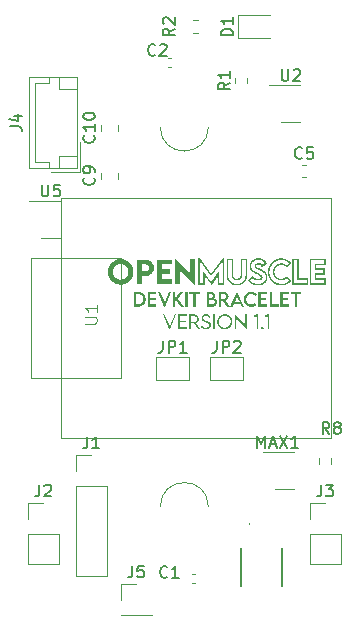
<source format=gbr>
%TF.GenerationSoftware,KiCad,Pcbnew,7.0.7*%
%TF.CreationDate,2024-10-15T08:59:53-05:00*%
%TF.ProjectId,OM-EPSC3-Micro,4f4d2d45-5053-4433-932d-4d6963726f2e,rev?*%
%TF.SameCoordinates,Original*%
%TF.FileFunction,Legend,Top*%
%TF.FilePolarity,Positive*%
%FSLAX46Y46*%
G04 Gerber Fmt 4.6, Leading zero omitted, Abs format (unit mm)*
G04 Created by KiCad (PCBNEW 7.0.7) date 2024-10-15 08:59:53*
%MOMM*%
%LPD*%
G01*
G04 APERTURE LIST*
%ADD10C,0.000000*%
%ADD11C,0.150000*%
%ADD12C,0.100000*%
%ADD13C,0.120000*%
%ADD14C,0.200000*%
G04 APERTURE END LIST*
D10*
G36*
X229970618Y-118582172D02*
G01*
X229829066Y-118582172D01*
X229829066Y-117506640D01*
X229631952Y-117566172D01*
X229631952Y-117419328D01*
X229929608Y-117325401D01*
X229970618Y-117325401D01*
X229970618Y-118582172D01*
G37*
G36*
X229369906Y-118410326D02*
G01*
X229375037Y-118410725D01*
X229380107Y-118411382D01*
X229385108Y-118412290D01*
X229390034Y-118413442D01*
X229394877Y-118414831D01*
X229399630Y-118416451D01*
X229404285Y-118418295D01*
X229408836Y-118420355D01*
X229413275Y-118422626D01*
X229417595Y-118425101D01*
X229421788Y-118427772D01*
X229425848Y-118430633D01*
X229429766Y-118433677D01*
X229433537Y-118436898D01*
X229437152Y-118440288D01*
X229440604Y-118443841D01*
X229443886Y-118447550D01*
X229446990Y-118451408D01*
X229449911Y-118455409D01*
X229452639Y-118459545D01*
X229455168Y-118463810D01*
X229457491Y-118468197D01*
X229459600Y-118472700D01*
X229461488Y-118477311D01*
X229463148Y-118482023D01*
X229464573Y-118486831D01*
X229465755Y-118491727D01*
X229466687Y-118496704D01*
X229467361Y-118501756D01*
X229467771Y-118506876D01*
X229467910Y-118512057D01*
X229467771Y-118517237D01*
X229467361Y-118522357D01*
X229466687Y-118527409D01*
X229465755Y-118532386D01*
X229464573Y-118537282D01*
X229463148Y-118542089D01*
X229461488Y-118546802D01*
X229459600Y-118551413D01*
X229457491Y-118555916D01*
X229455168Y-118560303D01*
X229452639Y-118564568D01*
X229449911Y-118568704D01*
X229446990Y-118572704D01*
X229443886Y-118576563D01*
X229440604Y-118580271D01*
X229437152Y-118583824D01*
X229433537Y-118587214D01*
X229429766Y-118590435D01*
X229425848Y-118593479D01*
X229421788Y-118596340D01*
X229417595Y-118599011D01*
X229413275Y-118601486D01*
X229408836Y-118603757D01*
X229404285Y-118605818D01*
X229399630Y-118607661D01*
X229394877Y-118609281D01*
X229390034Y-118610671D01*
X229385108Y-118611822D01*
X229380107Y-118612730D01*
X229375037Y-118613387D01*
X229369906Y-118613786D01*
X229364722Y-118613921D01*
X229359541Y-118613786D01*
X229354422Y-118613387D01*
X229349370Y-118612730D01*
X229344393Y-118611822D01*
X229339497Y-118610671D01*
X229334689Y-118609281D01*
X229329976Y-118607661D01*
X229325366Y-118605818D01*
X229320863Y-118603757D01*
X229316476Y-118601486D01*
X229312211Y-118599011D01*
X229308075Y-118596340D01*
X229304074Y-118593479D01*
X229300216Y-118590435D01*
X229296507Y-118587214D01*
X229292954Y-118583824D01*
X229289564Y-118580271D01*
X229286344Y-118576563D01*
X229283299Y-118572704D01*
X229280438Y-118568704D01*
X229277767Y-118564568D01*
X229275293Y-118560303D01*
X229273022Y-118555916D01*
X229270961Y-118551413D01*
X229269117Y-118546802D01*
X229267497Y-118542089D01*
X229266108Y-118537282D01*
X229264956Y-118532386D01*
X229264048Y-118527409D01*
X229263392Y-118522357D01*
X229262993Y-118517237D01*
X229262858Y-118512057D01*
X229262993Y-118506876D01*
X229263392Y-118501756D01*
X229264048Y-118496704D01*
X229264956Y-118491727D01*
X229266108Y-118486831D01*
X229267497Y-118482023D01*
X229269117Y-118477311D01*
X229270961Y-118472700D01*
X229273022Y-118468197D01*
X229275293Y-118463810D01*
X229277767Y-118459545D01*
X229280438Y-118455409D01*
X229283299Y-118451408D01*
X229286344Y-118447550D01*
X229289564Y-118443841D01*
X229292954Y-118440288D01*
X229296507Y-118436898D01*
X229300216Y-118433677D01*
X229304074Y-118430633D01*
X229308075Y-118427772D01*
X229312211Y-118425101D01*
X229316476Y-118422626D01*
X229320863Y-118420355D01*
X229325366Y-118418295D01*
X229329976Y-118416451D01*
X229334689Y-118414831D01*
X229339497Y-118413442D01*
X229344393Y-118412290D01*
X229349370Y-118411382D01*
X229354422Y-118410725D01*
X229359541Y-118410326D01*
X229364722Y-118410192D01*
X229369906Y-118410326D01*
G37*
G36*
X229031347Y-118582172D02*
G01*
X228891118Y-118582172D01*
X228891118Y-117506640D01*
X228694003Y-117566172D01*
X228694003Y-117419328D01*
X228990336Y-117325401D01*
X229031347Y-117325401D01*
X229031347Y-118582172D01*
G37*
G36*
X227889670Y-118264672D02*
G01*
X227889670Y-117330692D01*
X228031222Y-117330692D01*
X228031222Y-118602015D01*
X228024607Y-118602015D01*
X227167357Y-117650838D01*
X227167357Y-118584817D01*
X227027129Y-118584817D01*
X227027129Y-117313494D01*
X227033743Y-117313494D01*
X227889670Y-118264672D01*
G37*
G36*
X226185754Y-117314819D02*
G01*
X226218675Y-117315664D01*
X226251183Y-117318173D01*
X226283235Y-117322303D01*
X226314792Y-117328012D01*
X226345811Y-117335257D01*
X226376250Y-117343997D01*
X226406069Y-117354190D01*
X226435226Y-117365792D01*
X226463680Y-117378763D01*
X226491389Y-117393060D01*
X226518311Y-117408641D01*
X226544406Y-117425463D01*
X226569631Y-117443485D01*
X226593946Y-117462665D01*
X226617310Y-117482959D01*
X226639679Y-117504327D01*
X226661014Y-117526725D01*
X226681273Y-117550113D01*
X226700414Y-117574447D01*
X226718395Y-117599685D01*
X226735177Y-117625786D01*
X226750716Y-117652707D01*
X226764972Y-117680406D01*
X226777904Y-117708841D01*
X226789469Y-117737970D01*
X226799626Y-117767751D01*
X226808334Y-117798141D01*
X226815552Y-117829098D01*
X226821239Y-117860580D01*
X226825351Y-117892545D01*
X226827849Y-117924951D01*
X226828691Y-117957756D01*
X226827846Y-117990554D01*
X226825337Y-118022938D01*
X226821207Y-118054867D01*
X226815498Y-118086301D01*
X226808253Y-118117199D01*
X226799513Y-118147518D01*
X226789320Y-118177218D01*
X226777717Y-118206258D01*
X226764747Y-118234596D01*
X226750450Y-118262192D01*
X226734869Y-118289003D01*
X226718047Y-118314990D01*
X226700025Y-118340110D01*
X226680845Y-118364324D01*
X226660551Y-118387588D01*
X226639183Y-118409863D01*
X226616785Y-118431106D01*
X226593397Y-118451278D01*
X226569063Y-118470336D01*
X226543825Y-118488240D01*
X226517724Y-118504949D01*
X226490803Y-118520420D01*
X226463103Y-118534613D01*
X226434668Y-118547487D01*
X226405540Y-118559001D01*
X226375759Y-118569113D01*
X226345369Y-118577783D01*
X226314412Y-118584968D01*
X226282930Y-118590629D01*
X226250965Y-118594723D01*
X226218558Y-118597209D01*
X226185754Y-118598048D01*
X226152952Y-118597213D01*
X226120557Y-118594737D01*
X226088610Y-118590660D01*
X226057152Y-118585022D01*
X226026225Y-118577864D01*
X225995870Y-118569227D01*
X225966130Y-118559149D01*
X225937046Y-118547673D01*
X225908659Y-118534839D01*
X225881012Y-118520686D01*
X225854145Y-118505256D01*
X225828101Y-118488589D01*
X225802922Y-118470725D01*
X225778648Y-118451705D01*
X225755322Y-118431569D01*
X225732986Y-118410358D01*
X225711680Y-118388112D01*
X225691447Y-118364872D01*
X225672328Y-118340678D01*
X225654365Y-118315571D01*
X225637600Y-118289590D01*
X225622074Y-118262777D01*
X225607829Y-118235172D01*
X225594906Y-118206815D01*
X225583348Y-118177747D01*
X225573196Y-118148008D01*
X225564491Y-118117639D01*
X225557276Y-118086680D01*
X225551591Y-118055172D01*
X225547479Y-118023155D01*
X225544981Y-117990669D01*
X225544140Y-117957755D01*
X225687014Y-117957755D01*
X225687668Y-117983396D01*
X225689607Y-118008702D01*
X225692799Y-118033644D01*
X225697213Y-118058188D01*
X225702815Y-118082304D01*
X225709574Y-118105961D01*
X225717457Y-118129126D01*
X225726433Y-118151769D01*
X225736469Y-118173857D01*
X225747532Y-118195360D01*
X225759591Y-118216245D01*
X225772614Y-118236482D01*
X225786567Y-118256038D01*
X225801420Y-118274883D01*
X225817139Y-118292985D01*
X225833693Y-118310312D01*
X225851048Y-118326832D01*
X225869175Y-118342516D01*
X225888038Y-118357330D01*
X225907608Y-118371243D01*
X225927851Y-118384225D01*
X225948735Y-118396242D01*
X225970228Y-118407265D01*
X225992298Y-118417261D01*
X226014912Y-118426199D01*
X226038039Y-118434047D01*
X226061646Y-118440775D01*
X226085700Y-118446350D01*
X226110171Y-118450740D01*
X226135024Y-118453916D01*
X226160229Y-118455844D01*
X226185754Y-118456494D01*
X226211518Y-118455840D01*
X226236949Y-118453901D01*
X226262013Y-118450709D01*
X226286680Y-118446295D01*
X226310918Y-118440693D01*
X226334695Y-118433934D01*
X226357980Y-118426051D01*
X226380739Y-118417075D01*
X226402943Y-118407039D01*
X226424559Y-118395976D01*
X226445555Y-118383917D01*
X226465900Y-118370894D01*
X226485561Y-118356941D01*
X226504508Y-118342088D01*
X226522708Y-118326369D01*
X226540130Y-118309816D01*
X226556742Y-118292460D01*
X226572512Y-118274334D01*
X226587409Y-118255470D01*
X226601400Y-118235900D01*
X226614455Y-118215658D01*
X226626541Y-118194773D01*
X226637626Y-118173280D01*
X226647679Y-118151211D01*
X226656668Y-118128596D01*
X226664562Y-118105470D01*
X226671329Y-118081863D01*
X226676936Y-118057808D01*
X226681352Y-118033338D01*
X226684546Y-118008484D01*
X226686486Y-117983279D01*
X226687139Y-117957755D01*
X226686482Y-117932227D01*
X226684532Y-117907011D01*
X226681321Y-117882140D01*
X226676881Y-117857645D01*
X226671247Y-117833561D01*
X226664449Y-117809918D01*
X226656520Y-117786752D01*
X226647493Y-117764093D01*
X226637400Y-117741974D01*
X226626274Y-117720430D01*
X226614147Y-117699491D01*
X226601051Y-117679191D01*
X226587020Y-117659562D01*
X226572084Y-117640638D01*
X226556278Y-117622450D01*
X226539633Y-117605032D01*
X226522183Y-117588417D01*
X226503958Y-117572636D01*
X226484992Y-117557723D01*
X226465317Y-117543711D01*
X226444967Y-117530631D01*
X226423972Y-117518517D01*
X226402366Y-117507402D01*
X226380181Y-117497318D01*
X226357449Y-117488298D01*
X226334203Y-117480374D01*
X226310476Y-117473580D01*
X226286300Y-117467948D01*
X226261707Y-117463510D01*
X226236730Y-117460300D01*
X226211402Y-117458350D01*
X226185754Y-117457692D01*
X226160113Y-117458346D01*
X226134807Y-117460285D01*
X226109865Y-117463478D01*
X226085321Y-117467893D01*
X226061204Y-117473498D01*
X226037548Y-117480261D01*
X226014383Y-117488149D01*
X225991740Y-117497132D01*
X225969652Y-117507176D01*
X225948149Y-117518251D01*
X225927264Y-117530323D01*
X225907027Y-117543362D01*
X225887470Y-117557334D01*
X225868626Y-117572209D01*
X225850524Y-117587954D01*
X225833197Y-117604536D01*
X225816676Y-117621925D01*
X225800993Y-117640089D01*
X225786179Y-117658994D01*
X225772265Y-117678610D01*
X225759284Y-117698903D01*
X225747266Y-117719844D01*
X225736243Y-117741398D01*
X225726247Y-117763535D01*
X225717309Y-117786222D01*
X225709461Y-117809427D01*
X225702733Y-117833119D01*
X225697158Y-117857265D01*
X225692768Y-117881834D01*
X225689592Y-117906793D01*
X225687664Y-117932111D01*
X225687014Y-117957755D01*
X225544140Y-117957755D01*
X225544978Y-117924834D01*
X225547465Y-117892326D01*
X225551560Y-117860273D01*
X225557221Y-117828717D01*
X225564409Y-117797698D01*
X225573083Y-117767258D01*
X225583200Y-117737439D01*
X225594720Y-117708282D01*
X225607603Y-117679829D01*
X225621807Y-117652120D01*
X225637292Y-117625197D01*
X225654016Y-117599103D01*
X225671939Y-117573877D01*
X225691020Y-117549562D01*
X225711217Y-117526199D01*
X225732489Y-117503829D01*
X225754797Y-117482495D01*
X225778099Y-117462236D01*
X225802353Y-117443095D01*
X225827520Y-117425113D01*
X225853557Y-117408332D01*
X225880425Y-117392793D01*
X225908082Y-117378537D01*
X225936487Y-117365605D01*
X225965600Y-117354040D01*
X225995379Y-117343883D01*
X226025783Y-117335174D01*
X226056772Y-117327956D01*
X226088304Y-117322270D01*
X226120339Y-117318158D01*
X226152836Y-117315660D01*
X226185754Y-117314818D01*
X226185754Y-117314819D01*
G37*
G36*
X225347024Y-118582172D02*
G01*
X225205472Y-118582172D01*
X225205472Y-117333338D01*
X225347024Y-117333338D01*
X225347024Y-118582172D01*
G37*
G36*
X224624706Y-117315114D02*
G01*
X224641553Y-117315992D01*
X224658051Y-117317437D01*
X224674195Y-117319435D01*
X224689981Y-117321971D01*
X224705406Y-117325029D01*
X224720466Y-117328596D01*
X224735155Y-117332656D01*
X224749470Y-117337195D01*
X224763407Y-117342198D01*
X224776962Y-117347650D01*
X224790131Y-117353536D01*
X224802909Y-117359842D01*
X224815292Y-117366552D01*
X224827277Y-117373653D01*
X224838859Y-117381129D01*
X224850034Y-117388965D01*
X224860798Y-117397147D01*
X224871147Y-117405659D01*
X224881076Y-117414488D01*
X224890582Y-117423618D01*
X224899660Y-117433035D01*
X224908307Y-117442724D01*
X224916518Y-117452669D01*
X224924289Y-117462857D01*
X224931616Y-117473272D01*
X224938495Y-117483900D01*
X224944922Y-117494726D01*
X224950892Y-117505735D01*
X224956402Y-117516913D01*
X224961448Y-117528243D01*
X224966024Y-117539713D01*
X224860190Y-117611150D01*
X224851815Y-117593904D01*
X224842114Y-117577418D01*
X224831157Y-117561743D01*
X224819015Y-117546927D01*
X224805756Y-117533017D01*
X224791450Y-117520063D01*
X224776168Y-117508112D01*
X224759979Y-117497214D01*
X224742953Y-117487417D01*
X224725160Y-117478768D01*
X224706669Y-117471318D01*
X224687550Y-117465113D01*
X224667873Y-117460203D01*
X224647707Y-117456635D01*
X224627123Y-117454459D01*
X224606190Y-117453723D01*
X224593721Y-117453981D01*
X224581378Y-117454746D01*
X224569179Y-117456006D01*
X224557142Y-117457749D01*
X224545284Y-117459963D01*
X224533623Y-117462636D01*
X224522176Y-117465755D01*
X224510962Y-117469309D01*
X224499997Y-117473285D01*
X224489301Y-117477672D01*
X224478889Y-117482457D01*
X224468781Y-117487628D01*
X224458993Y-117493174D01*
X224449544Y-117499081D01*
X224440451Y-117505337D01*
X224431731Y-117511932D01*
X224423404Y-117518852D01*
X224415485Y-117526086D01*
X224407993Y-117533620D01*
X224400945Y-117541444D01*
X224394360Y-117549546D01*
X224388254Y-117557912D01*
X224382647Y-117566531D01*
X224377554Y-117575391D01*
X224372994Y-117584479D01*
X224368985Y-117593784D01*
X224365544Y-117603294D01*
X224362689Y-117612995D01*
X224360438Y-117622877D01*
X224358808Y-117632928D01*
X224357817Y-117643134D01*
X224357483Y-117653484D01*
X224357882Y-117664668D01*
X224359067Y-117675413D01*
X224361017Y-117685736D01*
X224363710Y-117695654D01*
X224367126Y-117705186D01*
X224371243Y-117714349D01*
X224376043Y-117723161D01*
X224381502Y-117731639D01*
X224387601Y-117739801D01*
X224394318Y-117747665D01*
X224409526Y-117762570D01*
X224426959Y-117776494D01*
X224446449Y-117789578D01*
X224467831Y-117801966D01*
X224490937Y-117813797D01*
X224515602Y-117825213D01*
X224541658Y-117836356D01*
X224597277Y-117858389D01*
X224656462Y-117881026D01*
X224656461Y-117881026D01*
X224726085Y-117910440D01*
X224759915Y-117925860D01*
X224792763Y-117941963D01*
X224824387Y-117958902D01*
X224854543Y-117976834D01*
X224882985Y-117995913D01*
X224896487Y-118005931D01*
X224909469Y-118016294D01*
X224921901Y-118027021D01*
X224933753Y-118038132D01*
X224944993Y-118049647D01*
X224955590Y-118061583D01*
X224965516Y-118073962D01*
X224974738Y-118086801D01*
X224983227Y-118100121D01*
X224990952Y-118113942D01*
X224997883Y-118128281D01*
X225003988Y-118143159D01*
X225009238Y-118158596D01*
X225013602Y-118174610D01*
X225017049Y-118191220D01*
X225019549Y-118208447D01*
X225021072Y-118226310D01*
X225021586Y-118244828D01*
X225021010Y-118264821D01*
X225019299Y-118284360D01*
X225016483Y-118303434D01*
X225012589Y-118322030D01*
X225007648Y-118340137D01*
X225001686Y-118357742D01*
X224994734Y-118374835D01*
X224986818Y-118391403D01*
X224977969Y-118407434D01*
X224968214Y-118422916D01*
X224957583Y-118437838D01*
X224946103Y-118452187D01*
X224933803Y-118465952D01*
X224920712Y-118479121D01*
X224906859Y-118491682D01*
X224892271Y-118503623D01*
X224876979Y-118514933D01*
X224861009Y-118525598D01*
X224844391Y-118535609D01*
X224827154Y-118544952D01*
X224790935Y-118561588D01*
X224752580Y-118575412D01*
X224712318Y-118586330D01*
X224670378Y-118594245D01*
X224626989Y-118599065D01*
X224582378Y-118600692D01*
X224563288Y-118600381D01*
X224544472Y-118599456D01*
X224525939Y-118597933D01*
X224507701Y-118595827D01*
X224489767Y-118593152D01*
X224472147Y-118589922D01*
X224454852Y-118586154D01*
X224437891Y-118581861D01*
X224421276Y-118577059D01*
X224405015Y-118571761D01*
X224389120Y-118565984D01*
X224373601Y-118559741D01*
X224358467Y-118553048D01*
X224343728Y-118545919D01*
X224329396Y-118538369D01*
X224315480Y-118530412D01*
X224301990Y-118522065D01*
X224288937Y-118513340D01*
X224276331Y-118504254D01*
X224264181Y-118494820D01*
X224252498Y-118485054D01*
X224241293Y-118474971D01*
X224230575Y-118464585D01*
X224220354Y-118453911D01*
X224210641Y-118442963D01*
X224201446Y-118431757D01*
X224192779Y-118420308D01*
X224184651Y-118408629D01*
X224177071Y-118396737D01*
X224170049Y-118384645D01*
X224163596Y-118372368D01*
X224157722Y-118359922D01*
X224266201Y-118280546D01*
X224277688Y-118300211D01*
X224290750Y-118318986D01*
X224305289Y-118336819D01*
X224321205Y-118353658D01*
X224338401Y-118369451D01*
X224356777Y-118384145D01*
X224376234Y-118397688D01*
X224396674Y-118410027D01*
X224417997Y-118421111D01*
X224440106Y-118430886D01*
X224462900Y-118439301D01*
X224486281Y-118446304D01*
X224510151Y-118451841D01*
X224534410Y-118455861D01*
X224558960Y-118458312D01*
X224583702Y-118459140D01*
X224598868Y-118458882D01*
X224613845Y-118458115D01*
X224628613Y-118456848D01*
X224643153Y-118455091D01*
X224657446Y-118452855D01*
X224671472Y-118450149D01*
X224685214Y-118446984D01*
X224698650Y-118443369D01*
X224711764Y-118439313D01*
X224724534Y-118434828D01*
X224736943Y-118429923D01*
X224748970Y-118424608D01*
X224760597Y-118418892D01*
X224771806Y-118412786D01*
X224782575Y-118406300D01*
X224792887Y-118399444D01*
X224802723Y-118392227D01*
X224812062Y-118384660D01*
X224820887Y-118376752D01*
X224829177Y-118368513D01*
X224836914Y-118359954D01*
X224844079Y-118351084D01*
X224850652Y-118341913D01*
X224856614Y-118332451D01*
X224861947Y-118322708D01*
X224866631Y-118312694D01*
X224870647Y-118302419D01*
X224873975Y-118291893D01*
X224876597Y-118281125D01*
X224878494Y-118270126D01*
X224879646Y-118258906D01*
X224880034Y-118247474D01*
X224879517Y-118234539D01*
X224877989Y-118222018D01*
X224875488Y-118209899D01*
X224872048Y-118198170D01*
X224867706Y-118186818D01*
X224862497Y-118175833D01*
X224856460Y-118165201D01*
X224849628Y-118154911D01*
X224842038Y-118144950D01*
X224833727Y-118135307D01*
X224815085Y-118116924D01*
X224793989Y-118099665D01*
X224770728Y-118083432D01*
X224745592Y-118068130D01*
X224718869Y-118053662D01*
X224690847Y-118039929D01*
X224661815Y-118026836D01*
X224601879Y-118002182D01*
X224541368Y-117978922D01*
X224482945Y-117955655D01*
X224453859Y-117943090D01*
X224425220Y-117929705D01*
X224397302Y-117915352D01*
X224370379Y-117899880D01*
X224344722Y-117883141D01*
X224332455Y-117874249D01*
X224320606Y-117864985D01*
X224309212Y-117855330D01*
X224298305Y-117845264D01*
X224287919Y-117834769D01*
X224278090Y-117823828D01*
X224268850Y-117812420D01*
X224260235Y-117800527D01*
X224252278Y-117788131D01*
X224245014Y-117775213D01*
X224238477Y-117761754D01*
X224232700Y-117747736D01*
X224227718Y-117733140D01*
X224223566Y-117717948D01*
X224220277Y-117702140D01*
X224217885Y-117685698D01*
X224216425Y-117668604D01*
X224215931Y-117650838D01*
X224216431Y-117632881D01*
X224217916Y-117615235D01*
X224220363Y-117597918D01*
X224223749Y-117580946D01*
X224228052Y-117564336D01*
X224233249Y-117548106D01*
X224239317Y-117532272D01*
X224246234Y-117516852D01*
X224253976Y-117501861D01*
X224262520Y-117487318D01*
X224271845Y-117473239D01*
X224281927Y-117459641D01*
X224292743Y-117446541D01*
X224304271Y-117433956D01*
X224316488Y-117421903D01*
X224329371Y-117410398D01*
X224342897Y-117399460D01*
X224357044Y-117389104D01*
X224371789Y-117379349D01*
X224387109Y-117370210D01*
X224402981Y-117361704D01*
X224419383Y-117353850D01*
X224436291Y-117346662D01*
X224453684Y-117340160D01*
X224471537Y-117334359D01*
X224489829Y-117329276D01*
X224508537Y-117324929D01*
X224527638Y-117321334D01*
X224547109Y-117318509D01*
X224566927Y-117316469D01*
X224587070Y-117315233D01*
X224607514Y-117314818D01*
X224624706Y-117315114D01*
G37*
G36*
X223583986Y-117333857D02*
G01*
X223605286Y-117335397D01*
X223626285Y-117337934D01*
X223646955Y-117341441D01*
X223667270Y-117345894D01*
X223687202Y-117351267D01*
X223706724Y-117357536D01*
X223725811Y-117364675D01*
X223744434Y-117372658D01*
X223762567Y-117381462D01*
X223780183Y-117391060D01*
X223797256Y-117401427D01*
X223813758Y-117412538D01*
X223829662Y-117424369D01*
X223844941Y-117436893D01*
X223859570Y-117450085D01*
X223873520Y-117463921D01*
X223886765Y-117478376D01*
X223899278Y-117493423D01*
X223911032Y-117509038D01*
X223922000Y-117525196D01*
X223932155Y-117541871D01*
X223941471Y-117559038D01*
X223949921Y-117576672D01*
X223957477Y-117594748D01*
X223964113Y-117613241D01*
X223969801Y-117632125D01*
X223974516Y-117651376D01*
X223978230Y-117670967D01*
X223980916Y-117690875D01*
X223982547Y-117711073D01*
X223983097Y-117731536D01*
X223982773Y-117746599D01*
X223981812Y-117761517D01*
X223980225Y-117776278D01*
X223978025Y-117790869D01*
X223975225Y-117805276D01*
X223971839Y-117819487D01*
X223967878Y-117833490D01*
X223963357Y-117847271D01*
X223958286Y-117860817D01*
X223952681Y-117874116D01*
X223946552Y-117887155D01*
X223939914Y-117899921D01*
X223932778Y-117912402D01*
X223925159Y-117924583D01*
X223917067Y-117936453D01*
X223908518Y-117947999D01*
X223899522Y-117959207D01*
X223890094Y-117970066D01*
X223880246Y-117980561D01*
X223869991Y-117990681D01*
X223859341Y-118000412D01*
X223848309Y-118009742D01*
X223836909Y-118018658D01*
X223825154Y-118027146D01*
X223813055Y-118035195D01*
X223800626Y-118042791D01*
X223787879Y-118049921D01*
X223774829Y-118056573D01*
X223761486Y-118062734D01*
X223747865Y-118068391D01*
X223733977Y-118073531D01*
X223719837Y-118078141D01*
X224091576Y-118582172D01*
X223916951Y-118582172D01*
X223567701Y-118094015D01*
X223334868Y-118094015D01*
X223334868Y-118582172D01*
X223193316Y-118582172D01*
X223193316Y-117472245D01*
X223333544Y-117472245D01*
X223333544Y-117976276D01*
X223566378Y-117976276D01*
X223566378Y-117974954D01*
X223580192Y-117974627D01*
X223593841Y-117973658D01*
X223607307Y-117972063D01*
X223620571Y-117969859D01*
X223633617Y-117967061D01*
X223646426Y-117963687D01*
X223658980Y-117959753D01*
X223671261Y-117955275D01*
X223683251Y-117950271D01*
X223694933Y-117944755D01*
X223706289Y-117938746D01*
X223717299Y-117932259D01*
X223727948Y-117925310D01*
X223738216Y-117917917D01*
X223748086Y-117910096D01*
X223757540Y-117901862D01*
X223766560Y-117893234D01*
X223775127Y-117884226D01*
X223783225Y-117874857D01*
X223790835Y-117865141D01*
X223797939Y-117855096D01*
X223804520Y-117844738D01*
X223810559Y-117834083D01*
X223816038Y-117823149D01*
X223820940Y-117811951D01*
X223825246Y-117800505D01*
X223828939Y-117788830D01*
X223832001Y-117776940D01*
X223834413Y-117764852D01*
X223836159Y-117752583D01*
X223837219Y-117740150D01*
X223837577Y-117727568D01*
X223837215Y-117714149D01*
X223836144Y-117700937D01*
X223834382Y-117687949D01*
X223831946Y-117675196D01*
X223828857Y-117662695D01*
X223825133Y-117650459D01*
X223820791Y-117638503D01*
X223815852Y-117626840D01*
X223810333Y-117615485D01*
X223804253Y-117604453D01*
X223797632Y-117593758D01*
X223790486Y-117583414D01*
X223782836Y-117573434D01*
X223774700Y-117563835D01*
X223766096Y-117554629D01*
X223757044Y-117545832D01*
X223747561Y-117537457D01*
X223737667Y-117529519D01*
X223727380Y-117522031D01*
X223716718Y-117515009D01*
X223705701Y-117508467D01*
X223694347Y-117502419D01*
X223682675Y-117496879D01*
X223670703Y-117491861D01*
X223658450Y-117487380D01*
X223645935Y-117483450D01*
X223633176Y-117480086D01*
X223620192Y-117477301D01*
X223607001Y-117475110D01*
X223593623Y-117473528D01*
X223580076Y-117472568D01*
X223566378Y-117472245D01*
X223333544Y-117472245D01*
X223193316Y-117472245D01*
X223193316Y-117333338D01*
X223562410Y-117333338D01*
X223583986Y-117333857D01*
G37*
G36*
X222968421Y-117472244D02*
G01*
X222375754Y-117472244D01*
X222375754Y-117867796D01*
X222889045Y-117867796D01*
X222889045Y-118008025D01*
X222375754Y-118008025D01*
X222375754Y-118441942D01*
X222968421Y-118441942D01*
X222968421Y-118582172D01*
X222234202Y-118582172D01*
X222234202Y-117333338D01*
X222968421Y-117333338D01*
X222968421Y-117472244D01*
G37*
G36*
X221505275Y-118301713D02*
G01*
X221931254Y-117333338D01*
X222083389Y-117333338D01*
X221514535Y-118602015D01*
X221497337Y-118602015D01*
X220931129Y-117333338D01*
X221080618Y-117333338D01*
X221505275Y-118301713D01*
G37*
G36*
X232621743Y-115622807D02*
G01*
X232285722Y-115622807D01*
X232285722Y-116677172D01*
X232089930Y-116677172D01*
X232089930Y-115622807D01*
X231753911Y-115622807D01*
X231753911Y-115428338D01*
X232621743Y-115428338D01*
X232621743Y-115622807D01*
G37*
G36*
X231634846Y-115621484D02*
G01*
X231085837Y-115621484D01*
X231085837Y-115941630D01*
X231559441Y-115941630D01*
X231559441Y-116136099D01*
X231085837Y-116136099D01*
X231085837Y-116482703D01*
X231634846Y-116482703D01*
X231634846Y-116677172D01*
X230890044Y-116677172D01*
X230890044Y-115428338D01*
X231634846Y-115428338D01*
X231634846Y-115621484D01*
G37*
G36*
X230175669Y-116482703D02*
G01*
X230733941Y-116482703D01*
X230733941Y-116677172D01*
X229979878Y-116677172D01*
X229979878Y-115428338D01*
X230175669Y-115428338D01*
X230175669Y-116482703D01*
G37*
G36*
X229776149Y-115621484D02*
G01*
X229228462Y-115621484D01*
X229228462Y-115941630D01*
X229700742Y-115941630D01*
X229700742Y-116136099D01*
X229228462Y-116136099D01*
X229228462Y-116482703D01*
X229776149Y-116482703D01*
X229776149Y-116677172D01*
X229032670Y-116677172D01*
X229032670Y-115428338D01*
X229776149Y-115428338D01*
X229776149Y-115621484D01*
G37*
G36*
X228472768Y-115405793D02*
G01*
X228502587Y-115408587D01*
X228532083Y-115412886D01*
X228561237Y-115418664D01*
X228590026Y-115425900D01*
X228618430Y-115434570D01*
X228646426Y-115444651D01*
X228673995Y-115456119D01*
X228701114Y-115468952D01*
X228727762Y-115483125D01*
X228753917Y-115498616D01*
X228779559Y-115515402D01*
X228804667Y-115533459D01*
X228829218Y-115552764D01*
X228853192Y-115573294D01*
X228876567Y-115595025D01*
X228762795Y-115749806D01*
X228746118Y-115733783D01*
X228728847Y-115718485D01*
X228711005Y-115703954D01*
X228692619Y-115690234D01*
X228673714Y-115677366D01*
X228654314Y-115665393D01*
X228634446Y-115654358D01*
X228614133Y-115644304D01*
X228593402Y-115635273D01*
X228572278Y-115627307D01*
X228550785Y-115620451D01*
X228528950Y-115614745D01*
X228506797Y-115610233D01*
X228484350Y-115606957D01*
X228461637Y-115604961D01*
X228438681Y-115604286D01*
X228417390Y-115604855D01*
X228396206Y-115606546D01*
X228375167Y-115609334D01*
X228354309Y-115613192D01*
X228333670Y-115618096D01*
X228313288Y-115624020D01*
X228293199Y-115630938D01*
X228273441Y-115638826D01*
X228254051Y-115647658D01*
X228235066Y-115657407D01*
X228216525Y-115668050D01*
X228198463Y-115679560D01*
X228180919Y-115691912D01*
X228163930Y-115705081D01*
X228147533Y-115719041D01*
X228131765Y-115733766D01*
X228116663Y-115749232D01*
X228102266Y-115765412D01*
X228088609Y-115782282D01*
X228075732Y-115799816D01*
X228063670Y-115817989D01*
X228052461Y-115836774D01*
X228042143Y-115856147D01*
X228032752Y-115876083D01*
X228024327Y-115896555D01*
X228016904Y-115917539D01*
X228010521Y-115939008D01*
X228005214Y-115960938D01*
X228001022Y-115983303D01*
X227997981Y-116006078D01*
X227996130Y-116029237D01*
X227995504Y-116052754D01*
X227996141Y-116076268D01*
X227998025Y-116099416D01*
X228001117Y-116122173D01*
X228005377Y-116144514D01*
X228010766Y-116166414D01*
X228017244Y-116187848D01*
X228024772Y-116208791D01*
X228033311Y-116229219D01*
X228042820Y-116249106D01*
X228053260Y-116268428D01*
X228064593Y-116287158D01*
X228076778Y-116305274D01*
X228089776Y-116322749D01*
X228103547Y-116339558D01*
X228118053Y-116355677D01*
X228133253Y-116371081D01*
X228149107Y-116385745D01*
X228165578Y-116399643D01*
X228182624Y-116412751D01*
X228200207Y-116425044D01*
X228218287Y-116436497D01*
X228236825Y-116447085D01*
X228255780Y-116456783D01*
X228275115Y-116465566D01*
X228294788Y-116473410D01*
X228314761Y-116480288D01*
X228334995Y-116486177D01*
X228355448Y-116491051D01*
X228376084Y-116494885D01*
X228396860Y-116497654D01*
X228417740Y-116499335D01*
X228438681Y-116499900D01*
X228462523Y-116499166D01*
X228485924Y-116497006D01*
X228508874Y-116493482D01*
X228531367Y-116488655D01*
X228553396Y-116482589D01*
X228574951Y-116475344D01*
X228596026Y-116466982D01*
X228616613Y-116457567D01*
X228636703Y-116447159D01*
X228656290Y-116435822D01*
X228675365Y-116423616D01*
X228693921Y-116410604D01*
X228711949Y-116396847D01*
X228729443Y-116382409D01*
X228746394Y-116367350D01*
X228762795Y-116351733D01*
X228762796Y-116349088D01*
X228876568Y-116507839D01*
X228855897Y-116527389D01*
X228834542Y-116546296D01*
X228812470Y-116564474D01*
X228789648Y-116581839D01*
X228766043Y-116598304D01*
X228741622Y-116613785D01*
X228716353Y-116628197D01*
X228690201Y-116641453D01*
X228663136Y-116653469D01*
X228635122Y-116664159D01*
X228606128Y-116673439D01*
X228576120Y-116681223D01*
X228545066Y-116687425D01*
X228512933Y-116691961D01*
X228479687Y-116694745D01*
X228445296Y-116695692D01*
X228412243Y-116694843D01*
X228379589Y-116692323D01*
X228347378Y-116688175D01*
X228315650Y-116682442D01*
X228284450Y-116675167D01*
X228253819Y-116666392D01*
X228223801Y-116656159D01*
X228194438Y-116644512D01*
X228165772Y-116631493D01*
X228137847Y-116617144D01*
X228110705Y-116601509D01*
X228084388Y-116584629D01*
X228058939Y-116566548D01*
X228034401Y-116547308D01*
X228010817Y-116526952D01*
X227988229Y-116505523D01*
X227966679Y-116483062D01*
X227946210Y-116459613D01*
X227926866Y-116435219D01*
X227908688Y-116409921D01*
X227891720Y-116383763D01*
X227876003Y-116356788D01*
X227861581Y-116329037D01*
X227848496Y-116300553D01*
X227836790Y-116271380D01*
X227826507Y-116241559D01*
X227817689Y-116211134D01*
X227810379Y-116180147D01*
X227804619Y-116148641D01*
X227800452Y-116116657D01*
X227797921Y-116084240D01*
X227797067Y-116051431D01*
X227797924Y-116018615D01*
X227800466Y-115986176D01*
X227804649Y-115954157D01*
X227810428Y-115922602D01*
X227817761Y-115891555D01*
X227826603Y-115861059D01*
X227836911Y-115831159D01*
X227848640Y-115801896D01*
X227861747Y-115773316D01*
X227876189Y-115745462D01*
X227891920Y-115718377D01*
X227908897Y-115692105D01*
X227927078Y-115666689D01*
X227946416Y-115642174D01*
X227966869Y-115618602D01*
X227988394Y-115596018D01*
X228010945Y-115574464D01*
X228034480Y-115553985D01*
X228058954Y-115534625D01*
X228084323Y-115516426D01*
X228110544Y-115499432D01*
X228137573Y-115483687D01*
X228165366Y-115469235D01*
X228193880Y-115456119D01*
X228223069Y-115444383D01*
X228252891Y-115434070D01*
X228283302Y-115425224D01*
X228314257Y-115417889D01*
X228345713Y-115412108D01*
X228377627Y-115407925D01*
X228409953Y-115405383D01*
X228442650Y-115404526D01*
X228472768Y-115405793D01*
G37*
G36*
X227835431Y-116677172D02*
G01*
X227622441Y-116677172D01*
X227537775Y-116486672D01*
X226946431Y-116486672D01*
X226861764Y-116677172D01*
X226648774Y-116677172D01*
X226813288Y-116319984D01*
X227021837Y-116319984D01*
X227461046Y-116319984D01*
X227241441Y-115831828D01*
X227021837Y-116319984D01*
X226813288Y-116319984D01*
X227236150Y-115401880D01*
X227248055Y-115401880D01*
X227835431Y-116677172D01*
G37*
G36*
X226100297Y-115427538D02*
G01*
X226121722Y-115429089D01*
X226142844Y-115431645D01*
X226163636Y-115435180D01*
X226184072Y-115439667D01*
X226204124Y-115445083D01*
X226223766Y-115451402D01*
X226242970Y-115458599D01*
X226261708Y-115466649D01*
X226279954Y-115475526D01*
X226297681Y-115485205D01*
X226314862Y-115495662D01*
X226331469Y-115506870D01*
X226347475Y-115518805D01*
X226362853Y-115531441D01*
X226377576Y-115544754D01*
X226391617Y-115558718D01*
X226404949Y-115573308D01*
X226417545Y-115588499D01*
X226429377Y-115604265D01*
X226440418Y-115620581D01*
X226450642Y-115637423D01*
X226460020Y-115654765D01*
X226468527Y-115672581D01*
X226476135Y-115690847D01*
X226482816Y-115709538D01*
X226488543Y-115728627D01*
X226493291Y-115748091D01*
X226497030Y-115767903D01*
X226499735Y-115788039D01*
X226501377Y-115808474D01*
X226501931Y-115829181D01*
X226500608Y-115829181D01*
X226500304Y-115844248D01*
X226499400Y-115859177D01*
X226497907Y-115873956D01*
X226495838Y-115888570D01*
X226493206Y-115903008D01*
X226490022Y-115917254D01*
X226486298Y-115931297D01*
X226482046Y-115945122D01*
X226477279Y-115958717D01*
X226472009Y-115972068D01*
X226466247Y-115985162D01*
X226460006Y-115997985D01*
X226453298Y-116010524D01*
X226446135Y-116022766D01*
X226438530Y-116034697D01*
X226430494Y-116046305D01*
X226422039Y-116057575D01*
X226413177Y-116068495D01*
X226403922Y-116079051D01*
X226394284Y-116089230D01*
X226384276Y-116099018D01*
X226373910Y-116108403D01*
X226363198Y-116117370D01*
X226352152Y-116125907D01*
X226340784Y-116134000D01*
X226329107Y-116141637D01*
X226317133Y-116148802D01*
X226304873Y-116155484D01*
X226292340Y-116161669D01*
X226279546Y-116167344D01*
X226266502Y-116172494D01*
X226253222Y-116177108D01*
X226617024Y-116677171D01*
X226376254Y-116677171D01*
X226040232Y-116192983D01*
X225886774Y-116192983D01*
X225886774Y-116677171D01*
X225689660Y-116677171D01*
X225689660Y-115622807D01*
X225886775Y-115622807D01*
X225886775Y-116031588D01*
X226083890Y-116031588D01*
X226094867Y-116031327D01*
X226105714Y-116030550D01*
X226116416Y-116029269D01*
X226126959Y-116027496D01*
X226137329Y-116025242D01*
X226147510Y-116022519D01*
X226157490Y-116019339D01*
X226167254Y-116015713D01*
X226176786Y-116011653D01*
X226186074Y-116007171D01*
X226195103Y-116002278D01*
X226203858Y-115996986D01*
X226212326Y-115991306D01*
X226220491Y-115985250D01*
X226228340Y-115978830D01*
X226235859Y-115972057D01*
X226243032Y-115964943D01*
X226249847Y-115957500D01*
X226256287Y-115949738D01*
X226262340Y-115941671D01*
X226267991Y-115933309D01*
X226273226Y-115924664D01*
X226278029Y-115915748D01*
X226282388Y-115906572D01*
X226286288Y-115897149D01*
X226289714Y-115887488D01*
X226292652Y-115877603D01*
X226295088Y-115867505D01*
X226297007Y-115857205D01*
X226298396Y-115846716D01*
X226299240Y-115836048D01*
X226299524Y-115825213D01*
X226299236Y-115814390D01*
X226298381Y-115803755D01*
X226296976Y-115793319D01*
X226295033Y-115783092D01*
X226292570Y-115773083D01*
X226289600Y-115763304D01*
X226286139Y-115753764D01*
X226282202Y-115744474D01*
X226277804Y-115735443D01*
X226272959Y-115726682D01*
X226267684Y-115718202D01*
X226261992Y-115710011D01*
X226255899Y-115702121D01*
X226249419Y-115694541D01*
X226242569Y-115687282D01*
X226235363Y-115680354D01*
X226227815Y-115673767D01*
X226219942Y-115667531D01*
X226211758Y-115661657D01*
X226203277Y-115656154D01*
X226194516Y-115651033D01*
X226185488Y-115646304D01*
X226176210Y-115641977D01*
X226166696Y-115638062D01*
X226156960Y-115634569D01*
X226147019Y-115631510D01*
X226136887Y-115628893D01*
X226126579Y-115626729D01*
X226116111Y-115625028D01*
X226105496Y-115623801D01*
X226094751Y-115623057D01*
X226083890Y-115622807D01*
X225886775Y-115622807D01*
X225689660Y-115622807D01*
X225689660Y-115427015D01*
X226078598Y-115427015D01*
X226100297Y-115427538D01*
G37*
G36*
X225034980Y-115427467D02*
G01*
X225054563Y-115428808D01*
X225073708Y-115431010D01*
X225092401Y-115434045D01*
X225110628Y-115437888D01*
X225128375Y-115442511D01*
X225145628Y-115447887D01*
X225162374Y-115453990D01*
X225178598Y-115460792D01*
X225194287Y-115468267D01*
X225209428Y-115476388D01*
X225224006Y-115485127D01*
X225238007Y-115494459D01*
X225251418Y-115504356D01*
X225264224Y-115514791D01*
X225276413Y-115525737D01*
X225287970Y-115537168D01*
X225298882Y-115549057D01*
X225309134Y-115561376D01*
X225318713Y-115574099D01*
X225327605Y-115587199D01*
X225335796Y-115600649D01*
X225343273Y-115614422D01*
X225350021Y-115628491D01*
X225356027Y-115642830D01*
X225361277Y-115657411D01*
X225365757Y-115672207D01*
X225369454Y-115687193D01*
X225372353Y-115702340D01*
X225374441Y-115717622D01*
X225375704Y-115733012D01*
X225376128Y-115748483D01*
X225375857Y-115761001D01*
X225375062Y-115773246D01*
X225373768Y-115785212D01*
X225372002Y-115796889D01*
X225369789Y-115808270D01*
X225367155Y-115819346D01*
X225364126Y-115830109D01*
X225360728Y-115840550D01*
X225356988Y-115850663D01*
X225352930Y-115860437D01*
X225348581Y-115869866D01*
X225343967Y-115878941D01*
X225339114Y-115887653D01*
X225334047Y-115895995D01*
X225328793Y-115903957D01*
X225323377Y-115911533D01*
X225317825Y-115918713D01*
X225312164Y-115925490D01*
X225306419Y-115931855D01*
X225300616Y-115937800D01*
X225294781Y-115943317D01*
X225288940Y-115948397D01*
X225283119Y-115953033D01*
X225277344Y-115957215D01*
X225271640Y-115960936D01*
X225266034Y-115964188D01*
X225260552Y-115966962D01*
X225255219Y-115969250D01*
X225250061Y-115971045D01*
X225245105Y-115972336D01*
X225240376Y-115973117D01*
X225235900Y-115973379D01*
X225234575Y-115973379D01*
X225247770Y-115973761D01*
X225261042Y-115974897D01*
X225274357Y-115976774D01*
X225287683Y-115979381D01*
X225300988Y-115982704D01*
X225314239Y-115986730D01*
X225327404Y-115991446D01*
X225340450Y-115996840D01*
X225353345Y-116002899D01*
X225366057Y-116009609D01*
X225378552Y-116016958D01*
X225390799Y-116024934D01*
X225402764Y-116033523D01*
X225414417Y-116042712D01*
X225425723Y-116052489D01*
X225436651Y-116062841D01*
X225447168Y-116073755D01*
X225457242Y-116085218D01*
X225466840Y-116097217D01*
X225475930Y-116109740D01*
X225484480Y-116122773D01*
X225492456Y-116136305D01*
X225499827Y-116150321D01*
X225506559Y-116164809D01*
X225512621Y-116179757D01*
X225517980Y-116195151D01*
X225522604Y-116210978D01*
X225526460Y-116227226D01*
X225529515Y-116243883D01*
X225531738Y-116260934D01*
X225533095Y-116278368D01*
X225533555Y-116296171D01*
X225533134Y-116314140D01*
X225531875Y-116332061D01*
X225529785Y-116349897D01*
X225526873Y-116367616D01*
X225523145Y-116385182D01*
X225518608Y-116402562D01*
X225513270Y-116419722D01*
X225507138Y-116436627D01*
X225500219Y-116453244D01*
X225492520Y-116469537D01*
X225484050Y-116485473D01*
X225474814Y-116501019D01*
X225464821Y-116516139D01*
X225454077Y-116530799D01*
X225442590Y-116544966D01*
X225430367Y-116558604D01*
X225417416Y-116571681D01*
X225403743Y-116584162D01*
X225389356Y-116596012D01*
X225374262Y-116607198D01*
X225358469Y-116617686D01*
X225341983Y-116627440D01*
X225324812Y-116636428D01*
X225306964Y-116644615D01*
X225288445Y-116651966D01*
X225269263Y-116658448D01*
X225249424Y-116664027D01*
X225228938Y-116668668D01*
X225207809Y-116672337D01*
X225186047Y-116675000D01*
X225163658Y-116676623D01*
X225140649Y-116677171D01*
X224673659Y-116677171D01*
X224673659Y-116104348D01*
X224869452Y-116104348D01*
X224869452Y-116486672D01*
X225123452Y-116486672D01*
X225123452Y-116487994D01*
X225133975Y-116487756D01*
X225144449Y-116487044D01*
X225154855Y-116485868D01*
X225165173Y-116484235D01*
X225175386Y-116482154D01*
X225185475Y-116479632D01*
X225195420Y-116476677D01*
X225205204Y-116473298D01*
X225214808Y-116469502D01*
X225224213Y-116465297D01*
X225233401Y-116460692D01*
X225242352Y-116455694D01*
X225251049Y-116450312D01*
X225259472Y-116444552D01*
X225267602Y-116438424D01*
X225275422Y-116431936D01*
X225282913Y-116425095D01*
X225290056Y-116417909D01*
X225296831Y-116410386D01*
X225303222Y-116402534D01*
X225309208Y-116394362D01*
X225314772Y-116385877D01*
X225319894Y-116377088D01*
X225324556Y-116368002D01*
X225328740Y-116358627D01*
X225332426Y-116348971D01*
X225335597Y-116339042D01*
X225338232Y-116328849D01*
X225340315Y-116318399D01*
X225341826Y-116307700D01*
X225342746Y-116296760D01*
X225343056Y-116285588D01*
X225342821Y-116276687D01*
X225342116Y-116267856D01*
X225340945Y-116259106D01*
X225339312Y-116250453D01*
X225337222Y-116241910D01*
X225334676Y-116233492D01*
X225331680Y-116225213D01*
X225328236Y-116217086D01*
X225324348Y-116209125D01*
X225320020Y-116201346D01*
X225315256Y-116193761D01*
X225310058Y-116186385D01*
X225304432Y-116179232D01*
X225298380Y-116172315D01*
X225291906Y-116165650D01*
X225285013Y-116159250D01*
X225277706Y-116153128D01*
X225269988Y-116147300D01*
X225261863Y-116141779D01*
X225253333Y-116136579D01*
X225244404Y-116131715D01*
X225235078Y-116127199D01*
X225225359Y-116123047D01*
X225215250Y-116119273D01*
X225204756Y-116115890D01*
X225193880Y-116112912D01*
X225182626Y-116110354D01*
X225170997Y-116108229D01*
X225158997Y-116106553D01*
X225146629Y-116105337D01*
X225133898Y-116104598D01*
X225120806Y-116104348D01*
X224869452Y-116104348D01*
X224673659Y-116104348D01*
X224673659Y-115618838D01*
X224869453Y-115618838D01*
X224869453Y-115929724D01*
X225024234Y-115929724D01*
X225033212Y-115929651D01*
X225042035Y-115929192D01*
X225050694Y-115928353D01*
X225059180Y-115927142D01*
X225067485Y-115925569D01*
X225075600Y-115923640D01*
X225083517Y-115921363D01*
X225091227Y-115918748D01*
X225098722Y-115915801D01*
X225105994Y-115912530D01*
X225113033Y-115908944D01*
X225119832Y-115905051D01*
X225126382Y-115900858D01*
X225132675Y-115896374D01*
X225138702Y-115891607D01*
X225144454Y-115886564D01*
X225149923Y-115881253D01*
X225155101Y-115875684D01*
X225159979Y-115869862D01*
X225164548Y-115863798D01*
X225168801Y-115857498D01*
X225172728Y-115850970D01*
X225176322Y-115844223D01*
X225179573Y-115837264D01*
X225182474Y-115830102D01*
X225185015Y-115822745D01*
X225187189Y-115815200D01*
X225188986Y-115807476D01*
X225190399Y-115799580D01*
X225191418Y-115791520D01*
X225192036Y-115783305D01*
X225192244Y-115774943D01*
X225192021Y-115766580D01*
X225191361Y-115758365D01*
X225190275Y-115750305D01*
X225188774Y-115742407D01*
X225186872Y-115734680D01*
X225184579Y-115727131D01*
X225181908Y-115719769D01*
X225178870Y-115712600D01*
X225175478Y-115705633D01*
X225171743Y-115698875D01*
X225167677Y-115692334D01*
X225163292Y-115686018D01*
X225158600Y-115679934D01*
X225153613Y-115674091D01*
X225148342Y-115668495D01*
X225142800Y-115663156D01*
X225136998Y-115658080D01*
X225130948Y-115653275D01*
X225124663Y-115648750D01*
X225118153Y-115644511D01*
X225111431Y-115640567D01*
X225104509Y-115636925D01*
X225097398Y-115633593D01*
X225090110Y-115630579D01*
X225082658Y-115627891D01*
X225075054Y-115625535D01*
X225067308Y-115623521D01*
X225059433Y-115621856D01*
X225051440Y-115620547D01*
X225043343Y-115619603D01*
X225035152Y-115619031D01*
X225026879Y-115618838D01*
X224869453Y-115618838D01*
X224673659Y-115618838D01*
X224673659Y-115427015D01*
X225014971Y-115427015D01*
X225034980Y-115427467D01*
G37*
G36*
X224053212Y-115622807D02*
G01*
X223718514Y-115622807D01*
X223718514Y-116677172D01*
X223521399Y-116677172D01*
X223521399Y-115622807D01*
X223186702Y-115622807D01*
X223186702Y-115428338D01*
X224053212Y-115428338D01*
X224053212Y-115622807D01*
G37*
G36*
X223029275Y-116678494D02*
G01*
X222833482Y-116678494D01*
X222833482Y-115428338D01*
X223029275Y-115428338D01*
X223029275Y-116678494D01*
G37*
G36*
X222000046Y-116026296D02*
G01*
X222429993Y-115428338D01*
X222657535Y-115428338D01*
X222214358Y-116040849D01*
X222701191Y-116677172D01*
X222461743Y-116677172D01*
X222000046Y-116072598D01*
X222000046Y-116677172D01*
X221804254Y-116677172D01*
X221804254Y-115428338D01*
X222000046Y-115428338D01*
X222000046Y-116026296D01*
G37*
G36*
X221081941Y-116273682D02*
G01*
X221456327Y-115428338D01*
X221665347Y-115428338D01*
X221089879Y-116703630D01*
X221076650Y-116703630D01*
X220501181Y-115428338D01*
X220710202Y-115428338D01*
X221081941Y-116273682D01*
G37*
G36*
X220400639Y-115621484D02*
G01*
X219851629Y-115621484D01*
X219851629Y-115941630D01*
X220325233Y-115941630D01*
X220325233Y-116136099D01*
X219851629Y-116136099D01*
X219851629Y-116482703D01*
X220400639Y-116482703D01*
X220400639Y-116677172D01*
X219655837Y-116677172D01*
X219655837Y-115428338D01*
X220400639Y-115428338D01*
X220400639Y-115621484D01*
G37*
G36*
X218831660Y-115429661D02*
G01*
X218868426Y-115430250D01*
X218904298Y-115432255D01*
X218939259Y-115435656D01*
X218973290Y-115440433D01*
X219006373Y-115446567D01*
X219038490Y-115454040D01*
X219069625Y-115462832D01*
X219099757Y-115472924D01*
X219128871Y-115484297D01*
X219156947Y-115496932D01*
X219183968Y-115510810D01*
X219209916Y-115525911D01*
X219234773Y-115542216D01*
X219258521Y-115559707D01*
X219281142Y-115578364D01*
X219302618Y-115598167D01*
X219322932Y-115619099D01*
X219342065Y-115641139D01*
X219359999Y-115664269D01*
X219376717Y-115688469D01*
X219392201Y-115713721D01*
X219406432Y-115740005D01*
X219419393Y-115767301D01*
X219431065Y-115795592D01*
X219441432Y-115824857D01*
X219450474Y-115855078D01*
X219458175Y-115886236D01*
X219464515Y-115918310D01*
X219469478Y-115951283D01*
X219473045Y-115985135D01*
X219475199Y-116019847D01*
X219475920Y-116055400D01*
X219475199Y-116090942D01*
X219473045Y-116125621D01*
X219469478Y-116159420D01*
X219464515Y-116192322D01*
X219458175Y-116224309D01*
X219450474Y-116255365D01*
X219441432Y-116285470D01*
X219431065Y-116314609D01*
X219419393Y-116342764D01*
X219406432Y-116369916D01*
X219392201Y-116396049D01*
X219376717Y-116421145D01*
X219359999Y-116445187D01*
X219342065Y-116468158D01*
X219322932Y-116490039D01*
X219302618Y-116510814D01*
X219281142Y-116530465D01*
X219258521Y-116548975D01*
X219234773Y-116566325D01*
X219209916Y-116582500D01*
X219183968Y-116597480D01*
X219156947Y-116611250D01*
X219128871Y-116623791D01*
X219099757Y-116635086D01*
X219069625Y-116645117D01*
X219038490Y-116653867D01*
X219006373Y-116661319D01*
X218973290Y-116667456D01*
X218939259Y-116672259D01*
X218904298Y-116675711D01*
X218868426Y-116677795D01*
X218831660Y-116678494D01*
X218475795Y-116678494D01*
X218475795Y-115622807D01*
X218671587Y-115622807D01*
X218671587Y-116482703D01*
X218834306Y-116482703D01*
X218859674Y-116482228D01*
X218884426Y-116480810D01*
X218908548Y-116478461D01*
X218932028Y-116475191D01*
X218954855Y-116471012D01*
X218977015Y-116465933D01*
X218998496Y-116459967D01*
X219019286Y-116453123D01*
X219039373Y-116445413D01*
X219058744Y-116436848D01*
X219077387Y-116427438D01*
X219095290Y-116417195D01*
X219112439Y-116406129D01*
X219128823Y-116394252D01*
X219144430Y-116381573D01*
X219159247Y-116368105D01*
X219173261Y-116353858D01*
X219186461Y-116338842D01*
X219198834Y-116323069D01*
X219210368Y-116306550D01*
X219221050Y-116289296D01*
X219230868Y-116271317D01*
X219239809Y-116252625D01*
X219247862Y-116233229D01*
X219255013Y-116213142D01*
X219261251Y-116192374D01*
X219266564Y-116170936D01*
X219270938Y-116148839D01*
X219274361Y-116126094D01*
X219276822Y-116102711D01*
X219278308Y-116078702D01*
X219278805Y-116054077D01*
X219278300Y-116029445D01*
X219276792Y-116005414D01*
X219274296Y-115981996D01*
X219270824Y-115959202D01*
X219266390Y-115937045D01*
X219261007Y-115915537D01*
X219254689Y-115894688D01*
X219247448Y-115874512D01*
X219239299Y-115855020D01*
X219230254Y-115836224D01*
X219220327Y-115818136D01*
X219209531Y-115800768D01*
X219197879Y-115784131D01*
X219185385Y-115768237D01*
X219172062Y-115753099D01*
X219157924Y-115738727D01*
X219142983Y-115725135D01*
X219127254Y-115712334D01*
X219110748Y-115700336D01*
X219093481Y-115689152D01*
X219075464Y-115678794D01*
X219056712Y-115669275D01*
X219037237Y-115660607D01*
X219017054Y-115652800D01*
X218996175Y-115645867D01*
X218974613Y-115639820D01*
X218952382Y-115634671D01*
X218929496Y-115630432D01*
X218905967Y-115627114D01*
X218881809Y-115624729D01*
X218857036Y-115623289D01*
X218831660Y-115622807D01*
X218671587Y-115622807D01*
X218475795Y-115622807D01*
X218475795Y-115428338D01*
X218831660Y-115428338D01*
X218831660Y-115429661D01*
G37*
G36*
X234756930Y-113168796D02*
G01*
X233919524Y-113168796D01*
X233919524Y-113443963D01*
X234637866Y-113443963D01*
X234637866Y-113992974D01*
X233919524Y-113992974D01*
X233919524Y-114290630D01*
X234756930Y-114290630D01*
X234756930Y-114838317D01*
X233369191Y-114838317D01*
X233369191Y-112754724D01*
X233502806Y-112754724D01*
X233502806Y-114704703D01*
X234625962Y-114704703D01*
X234625962Y-114421599D01*
X233788556Y-114421599D01*
X233788556Y-113859360D01*
X234506900Y-113859360D01*
X234506900Y-113574931D01*
X233788556Y-113574931D01*
X233788556Y-113035182D01*
X234625962Y-113035182D01*
X234625962Y-112754724D01*
X233502806Y-112754724D01*
X233369191Y-112754724D01*
X233369191Y-112623755D01*
X234756930Y-112623755D01*
X234756930Y-113168796D01*
G37*
G36*
X232429921Y-114290630D02*
G01*
X233267327Y-114290630D01*
X233267327Y-114838317D01*
X231879586Y-114838317D01*
X231879586Y-112756047D01*
X232010554Y-112756047D01*
X232010554Y-114706026D01*
X233133712Y-114706026D01*
X233133712Y-114422921D01*
X232296305Y-114422921D01*
X232296305Y-112756047D01*
X232010554Y-112756047D01*
X231879586Y-112756047D01*
X231879586Y-112623755D01*
X232429921Y-112623755D01*
X232429921Y-114290630D01*
G37*
G36*
X231035004Y-112583424D02*
G01*
X231087892Y-112587946D01*
X231140012Y-112595000D01*
X231191385Y-112604594D01*
X231242028Y-112616738D01*
X231291962Y-112631442D01*
X231341207Y-112648716D01*
X231389781Y-112668569D01*
X231437703Y-112691011D01*
X231484994Y-112716052D01*
X231531673Y-112743701D01*
X231577759Y-112773968D01*
X231623270Y-112806863D01*
X231668228Y-112842395D01*
X231712651Y-112880575D01*
X231756558Y-112921411D01*
X231797568Y-112961099D01*
X231476102Y-113398984D01*
X231421860Y-113346068D01*
X231395881Y-113321513D01*
X231369551Y-113298458D01*
X231342891Y-113276915D01*
X231315923Y-113256895D01*
X231288669Y-113238409D01*
X231261149Y-113221471D01*
X231233385Y-113206090D01*
X231205398Y-113192278D01*
X231177210Y-113180049D01*
X231148841Y-113169412D01*
X231120313Y-113160379D01*
X231091648Y-113152963D01*
X231062866Y-113147175D01*
X231033990Y-113143026D01*
X231005040Y-113140528D01*
X230976037Y-113139693D01*
X230946883Y-113140499D01*
X230917990Y-113142890D01*
X230889401Y-113146822D01*
X230861160Y-113152250D01*
X230833311Y-113159132D01*
X230805896Y-113167423D01*
X230778960Y-113177081D01*
X230752547Y-113188062D01*
X230726699Y-113200321D01*
X230701461Y-113213816D01*
X230676876Y-113228502D01*
X230652987Y-113244337D01*
X230629839Y-113261277D01*
X230607475Y-113279277D01*
X230585938Y-113298295D01*
X230565272Y-113318286D01*
X230545521Y-113339208D01*
X230526728Y-113361016D01*
X230508937Y-113383667D01*
X230492191Y-113407118D01*
X230476535Y-113431324D01*
X230462011Y-113456243D01*
X230448664Y-113481830D01*
X230436536Y-113508042D01*
X230425672Y-113534835D01*
X230416115Y-113562166D01*
X230407908Y-113589992D01*
X230401096Y-113618268D01*
X230395722Y-113646950D01*
X230391829Y-113675997D01*
X230389462Y-113705363D01*
X230388663Y-113735005D01*
X230389559Y-113766498D01*
X230392207Y-113797456D01*
X230396543Y-113827850D01*
X230402505Y-113857648D01*
X230410029Y-113886821D01*
X230419054Y-113915337D01*
X230429516Y-113943166D01*
X230441352Y-113970277D01*
X230454501Y-113996641D01*
X230468899Y-114022226D01*
X230484483Y-114047002D01*
X230501191Y-114070938D01*
X230518960Y-114094004D01*
X230537727Y-114116170D01*
X230557430Y-114137404D01*
X230578006Y-114157677D01*
X230599391Y-114176957D01*
X230621524Y-114195215D01*
X230644341Y-114212420D01*
X230667780Y-114228541D01*
X230691779Y-114243547D01*
X230716273Y-114257409D01*
X230741201Y-114270096D01*
X230766500Y-114281576D01*
X230792108Y-114291820D01*
X230817960Y-114300798D01*
X230843995Y-114308478D01*
X230870150Y-114314830D01*
X230896363Y-114319824D01*
X230922569Y-114323428D01*
X230948708Y-114325613D01*
X230974715Y-114326349D01*
X231002759Y-114325496D01*
X231030828Y-114322938D01*
X231058917Y-114318675D01*
X231087019Y-114312706D01*
X231115128Y-114305032D01*
X231143240Y-114295653D01*
X231171348Y-114284568D01*
X231199446Y-114271778D01*
X231227528Y-114257283D01*
X231255589Y-114241082D01*
X231283623Y-114223177D01*
X231311624Y-114203565D01*
X231339586Y-114182249D01*
X231367504Y-114159227D01*
X231395371Y-114134500D01*
X231423182Y-114108067D01*
X231478745Y-114053828D01*
X231796244Y-114500974D01*
X231756556Y-114540661D01*
X231712767Y-114582616D01*
X231668673Y-114621682D01*
X231624218Y-114657884D01*
X231579347Y-114691246D01*
X231534003Y-114721795D01*
X231488130Y-114749555D01*
X231441672Y-114774552D01*
X231394572Y-114796811D01*
X231346775Y-114816357D01*
X231298224Y-114833214D01*
X231248863Y-114847410D01*
X231198636Y-114858967D01*
X231147486Y-114867913D01*
X231095358Y-114874272D01*
X231042195Y-114878068D01*
X230987941Y-114879328D01*
X230989266Y-114878005D01*
X230929968Y-114876487D01*
X230871433Y-114871985D01*
X230813735Y-114864575D01*
X230756947Y-114854335D01*
X230701143Y-114841342D01*
X230646395Y-114825674D01*
X230592778Y-114807408D01*
X230540364Y-114786621D01*
X230489227Y-114763390D01*
X230439441Y-114737793D01*
X230391078Y-114709906D01*
X230344213Y-114679808D01*
X230298919Y-114647575D01*
X230255268Y-114613285D01*
X230213335Y-114577015D01*
X230173193Y-114538843D01*
X230134915Y-114498844D01*
X230098574Y-114457098D01*
X230064245Y-114413681D01*
X230032000Y-114368670D01*
X230001913Y-114322142D01*
X229974057Y-114274176D01*
X229948505Y-114224847D01*
X229925332Y-114174234D01*
X229904610Y-114122414D01*
X229886413Y-114069464D01*
X229870814Y-114015461D01*
X229857887Y-113960483D01*
X229847704Y-113904606D01*
X229840340Y-113847908D01*
X229835868Y-113790467D01*
X229834429Y-113735005D01*
X229965327Y-113735005D01*
X229966687Y-113786215D01*
X229970722Y-113836859D01*
X229977360Y-113886869D01*
X229986532Y-113936173D01*
X229998169Y-113984704D01*
X230012199Y-114032391D01*
X230028554Y-114079164D01*
X230047162Y-114124955D01*
X230067954Y-114169694D01*
X230090861Y-114213311D01*
X230115811Y-114255736D01*
X230142735Y-114296901D01*
X230171563Y-114336735D01*
X230202225Y-114375170D01*
X230234651Y-114412135D01*
X230268771Y-114447561D01*
X230304515Y-114481379D01*
X230341813Y-114513518D01*
X230380595Y-114543911D01*
X230420791Y-114572486D01*
X230462330Y-114599175D01*
X230505144Y-114623908D01*
X230549161Y-114646615D01*
X230594313Y-114667227D01*
X230640528Y-114685675D01*
X230687737Y-114701888D01*
X230735870Y-114715798D01*
X230784857Y-114727334D01*
X230834627Y-114736428D01*
X230885112Y-114743010D01*
X230936240Y-114747010D01*
X230987942Y-114748359D01*
X231032194Y-114747379D01*
X231075673Y-114744429D01*
X231118417Y-114739490D01*
X231160459Y-114732546D01*
X231201834Y-114723578D01*
X231242578Y-114712570D01*
X231282724Y-114699504D01*
X231322309Y-114684363D01*
X231361367Y-114667128D01*
X231399932Y-114647784D01*
X231438040Y-114626311D01*
X231475726Y-114602693D01*
X231513024Y-114576913D01*
X231549970Y-114548952D01*
X231586598Y-114518794D01*
X231622943Y-114486421D01*
X231458899Y-114256234D01*
X231429553Y-114280759D01*
X231400058Y-114303730D01*
X231370419Y-114325142D01*
X231340643Y-114344993D01*
X231310734Y-114363278D01*
X231280701Y-114379994D01*
X231250546Y-114395136D01*
X231220278Y-114408700D01*
X231189901Y-114420683D01*
X231159422Y-114431081D01*
X231128845Y-114439890D01*
X231098178Y-114447106D01*
X231067425Y-114452725D01*
X231036593Y-114456744D01*
X231005687Y-114459158D01*
X230974713Y-114459963D01*
X230942739Y-114459096D01*
X230910617Y-114456516D01*
X230878423Y-114452254D01*
X230846232Y-114446341D01*
X230814122Y-114438808D01*
X230782169Y-114429686D01*
X230750449Y-114419006D01*
X230719038Y-114406798D01*
X230688013Y-114393095D01*
X230657450Y-114377927D01*
X230627425Y-114361324D01*
X230598015Y-114343319D01*
X230569295Y-114323942D01*
X230541343Y-114303223D01*
X230514234Y-114281195D01*
X230488045Y-114257888D01*
X230462852Y-114233332D01*
X230438731Y-114207560D01*
X230415759Y-114180602D01*
X230394012Y-114152488D01*
X230373566Y-114123251D01*
X230354498Y-114092921D01*
X230336883Y-114061529D01*
X230320799Y-114029106D01*
X230306322Y-113995683D01*
X230293527Y-113961291D01*
X230282491Y-113925961D01*
X230273291Y-113889724D01*
X230266002Y-113852611D01*
X230260701Y-113814654D01*
X230257465Y-113775882D01*
X230256369Y-113736327D01*
X230257345Y-113700137D01*
X230260237Y-113664279D01*
X230264992Y-113628808D01*
X230271557Y-113593776D01*
X230279880Y-113559237D01*
X230289908Y-113525245D01*
X230301588Y-113491853D01*
X230314867Y-113459115D01*
X230329692Y-113427084D01*
X230346011Y-113395814D01*
X230363771Y-113365358D01*
X230382919Y-113335771D01*
X230403402Y-113307105D01*
X230425168Y-113279413D01*
X230448163Y-113252751D01*
X230472335Y-113227170D01*
X230497631Y-113202725D01*
X230523998Y-113179469D01*
X230551383Y-113157456D01*
X230579734Y-113136739D01*
X230608997Y-113117372D01*
X230639121Y-113099408D01*
X230670051Y-113082900D01*
X230701736Y-113067903D01*
X230734123Y-113054470D01*
X230767158Y-113042655D01*
X230800789Y-113032510D01*
X230834963Y-113024090D01*
X230869628Y-113017447D01*
X230904730Y-113012636D01*
X230940216Y-113009711D01*
X230976035Y-113008724D01*
X231007735Y-113009497D01*
X231039323Y-113011811D01*
X231070780Y-113015656D01*
X231102085Y-113021023D01*
X231133219Y-113027900D01*
X231164164Y-113036280D01*
X231194899Y-113046152D01*
X231225406Y-113057506D01*
X231255664Y-113070333D01*
X231285655Y-113084623D01*
X231315359Y-113100367D01*
X231344757Y-113117554D01*
X231373830Y-113136175D01*
X231402557Y-113156221D01*
X231430920Y-113177681D01*
X231458899Y-113200547D01*
X231621619Y-112978297D01*
X231584720Y-112946591D01*
X231547438Y-112916954D01*
X231509760Y-112889375D01*
X231471675Y-112863844D01*
X231433171Y-112840351D01*
X231394237Y-112818888D01*
X231354862Y-112799443D01*
X231315033Y-112782009D01*
X231274739Y-112766574D01*
X231233968Y-112753129D01*
X231192708Y-112741665D01*
X231150949Y-112732172D01*
X231108678Y-112724640D01*
X231065884Y-112719059D01*
X231022556Y-112715420D01*
X230978680Y-112713713D01*
X230980004Y-112716359D01*
X230928674Y-112717723D01*
X230877917Y-112721767D01*
X230827802Y-112728420D01*
X230778399Y-112737611D01*
X230729777Y-112749267D01*
X230682005Y-112763318D01*
X230635153Y-112779692D01*
X230589289Y-112798318D01*
X230544484Y-112819123D01*
X230500805Y-112842038D01*
X230458324Y-112866989D01*
X230417108Y-112893906D01*
X230377228Y-112922718D01*
X230338752Y-112953352D01*
X230301750Y-112985738D01*
X230266291Y-113019803D01*
X230232444Y-113055477D01*
X230200279Y-113092688D01*
X230169864Y-113131364D01*
X230141270Y-113171435D01*
X230114565Y-113212828D01*
X230089819Y-113255472D01*
X230067101Y-113299296D01*
X230046480Y-113344228D01*
X230028025Y-113390196D01*
X230011807Y-113437131D01*
X229997893Y-113484958D01*
X229986354Y-113533609D01*
X229977259Y-113583010D01*
X229970676Y-113633091D01*
X229966676Y-113683779D01*
X229965327Y-113735005D01*
X229834429Y-113735005D01*
X229834361Y-113732360D01*
X229835886Y-113674237D01*
X229840411Y-113616751D01*
X229847856Y-113559983D01*
X229858142Y-113504009D01*
X229871192Y-113448911D01*
X229886927Y-113394767D01*
X229905269Y-113341656D01*
X229926138Y-113289658D01*
X229949457Y-113238852D01*
X229975147Y-113189316D01*
X230003129Y-113141131D01*
X230033325Y-113094375D01*
X230065657Y-113049128D01*
X230100046Y-113005469D01*
X230136414Y-112963477D01*
X230174681Y-112923231D01*
X230214770Y-112884810D01*
X230256603Y-112848294D01*
X230300099Y-112813763D01*
X230345182Y-112781294D01*
X230391773Y-112750967D01*
X230439793Y-112722862D01*
X230489163Y-112697058D01*
X230539806Y-112673634D01*
X230591643Y-112652668D01*
X230644594Y-112634242D01*
X230698583Y-112618432D01*
X230753530Y-112605320D01*
X230809356Y-112594983D01*
X230865984Y-112587502D01*
X230923335Y-112582955D01*
X230981330Y-112581422D01*
X231035004Y-112583424D01*
G37*
G36*
X229072806Y-112580540D02*
G01*
X229103167Y-112581857D01*
X229133001Y-112584043D01*
X229162297Y-112587091D01*
X229191044Y-112590993D01*
X229219230Y-112595743D01*
X229246844Y-112601333D01*
X229273874Y-112607756D01*
X229300310Y-112615004D01*
X229326139Y-112623071D01*
X229351350Y-112631949D01*
X229375933Y-112641630D01*
X229399875Y-112652108D01*
X229423165Y-112663375D01*
X229445792Y-112675424D01*
X229467744Y-112688247D01*
X229489010Y-112701838D01*
X229509579Y-112716189D01*
X229529439Y-112731293D01*
X229548579Y-112747143D01*
X229566987Y-112763731D01*
X229584652Y-112781050D01*
X229601563Y-112799092D01*
X229617709Y-112817852D01*
X229633077Y-112837320D01*
X229647657Y-112857491D01*
X229661437Y-112878356D01*
X229674405Y-112899909D01*
X229686551Y-112922141D01*
X229697863Y-112945047D01*
X229708330Y-112968619D01*
X229717940Y-112992849D01*
X229736461Y-113040474D01*
X229322388Y-113328870D01*
X229287992Y-113260078D01*
X229281981Y-113248742D01*
X229275624Y-113238040D01*
X229268944Y-113227953D01*
X229261968Y-113218463D01*
X229254721Y-113209552D01*
X229247227Y-113201203D01*
X229239513Y-113193398D01*
X229231603Y-113186118D01*
X229223523Y-113179346D01*
X229215297Y-113173064D01*
X229206951Y-113167254D01*
X229198510Y-113161898D01*
X229189999Y-113156977D01*
X229181443Y-113152475D01*
X229164300Y-113144653D01*
X229147280Y-113138289D01*
X229130586Y-113133238D01*
X229114419Y-113129358D01*
X229098981Y-113126505D01*
X229084473Y-113124535D01*
X229071096Y-113123306D01*
X229059053Y-113122673D01*
X229048545Y-113122495D01*
X229036779Y-113122690D01*
X229025298Y-113123268D01*
X229014108Y-113124215D01*
X229003214Y-113125518D01*
X228992623Y-113127164D01*
X228982339Y-113129139D01*
X228972370Y-113131432D01*
X228962721Y-113134029D01*
X228953397Y-113136916D01*
X228944404Y-113140081D01*
X228935749Y-113143510D01*
X228927436Y-113147191D01*
X228919472Y-113151110D01*
X228911863Y-113155254D01*
X228904615Y-113159611D01*
X228897733Y-113164167D01*
X228891222Y-113168908D01*
X228885090Y-113173823D01*
X228879341Y-113178898D01*
X228873982Y-113184119D01*
X228869018Y-113189474D01*
X228864456Y-113194950D01*
X228860300Y-113200533D01*
X228856557Y-113206211D01*
X228853233Y-113211970D01*
X228850333Y-113217797D01*
X228847863Y-113223680D01*
X228845829Y-113229605D01*
X228844237Y-113235558D01*
X228843093Y-113241528D01*
X228842402Y-113247501D01*
X228842170Y-113253464D01*
X228842407Y-113258744D01*
X228843115Y-113263924D01*
X228844293Y-113269015D01*
X228845940Y-113274023D01*
X228850638Y-113283831D01*
X228857198Y-113293420D01*
X228865611Y-113302861D01*
X228875866Y-113312227D01*
X228887955Y-113321590D01*
X228901867Y-113331020D01*
X228917593Y-113340589D01*
X228935123Y-113350370D01*
X228954448Y-113360433D01*
X228975557Y-113370852D01*
X229023092Y-113393039D01*
X229077649Y-113417505D01*
X229137181Y-113443798D01*
X229168434Y-113457875D01*
X229184433Y-113465308D01*
X229200680Y-113473068D01*
X229258876Y-113501134D01*
X229316126Y-113530413D01*
X229372042Y-113561126D01*
X229426238Y-113593494D01*
X229478325Y-113627738D01*
X229527916Y-113664079D01*
X229574624Y-113702738D01*
X229618061Y-113743935D01*
X229638431Y-113765554D01*
X229657838Y-113787891D01*
X229676234Y-113810974D01*
X229693570Y-113834829D01*
X229709798Y-113859484D01*
X229724868Y-113884967D01*
X229738733Y-113911306D01*
X229751344Y-113938528D01*
X229762653Y-113966660D01*
X229772612Y-113995731D01*
X229781171Y-114025769D01*
X229788283Y-114056799D01*
X229793898Y-114088851D01*
X229797969Y-114121952D01*
X229800448Y-114156130D01*
X229801285Y-114191411D01*
X229800325Y-114229583D01*
X229797465Y-114266938D01*
X229792736Y-114303451D01*
X229786169Y-114339095D01*
X229777794Y-114373845D01*
X229767641Y-114407674D01*
X229755742Y-114440558D01*
X229742125Y-114472469D01*
X229726823Y-114503382D01*
X229709866Y-114533272D01*
X229691283Y-114562112D01*
X229671107Y-114589875D01*
X229649366Y-114616538D01*
X229626092Y-114642072D01*
X229601315Y-114666453D01*
X229575066Y-114689655D01*
X229547375Y-114711651D01*
X229518273Y-114732416D01*
X229487790Y-114751924D01*
X229455957Y-114770149D01*
X229422804Y-114787064D01*
X229388362Y-114802645D01*
X229352662Y-114816865D01*
X229315733Y-114829698D01*
X229277607Y-114841118D01*
X229238313Y-114851100D01*
X229197883Y-114859617D01*
X229156347Y-114866644D01*
X229113736Y-114872154D01*
X229070079Y-114876123D01*
X228979753Y-114879328D01*
X228945911Y-114878887D01*
X228912602Y-114877565D01*
X228879831Y-114875366D01*
X228847604Y-114872292D01*
X228815926Y-114868348D01*
X228784803Y-114863535D01*
X228754241Y-114857858D01*
X228724244Y-114851319D01*
X228694820Y-114843922D01*
X228665972Y-114835670D01*
X228637708Y-114826565D01*
X228610032Y-114816611D01*
X228582949Y-114805811D01*
X228556467Y-114794169D01*
X228530589Y-114781687D01*
X228505322Y-114768368D01*
X228480672Y-114754217D01*
X228456643Y-114739235D01*
X228433241Y-114723426D01*
X228410473Y-114706793D01*
X228388343Y-114689340D01*
X228366857Y-114671069D01*
X228346021Y-114651984D01*
X228325840Y-114632087D01*
X228306319Y-114611383D01*
X228287466Y-114589873D01*
X228269284Y-114567562D01*
X228251780Y-114544452D01*
X228234958Y-114520546D01*
X228218826Y-114495848D01*
X228203387Y-114470361D01*
X228188649Y-114444088D01*
X228182950Y-114433504D01*
X228336814Y-114433504D01*
X228362885Y-114471050D01*
X228390976Y-114506286D01*
X228421059Y-114539196D01*
X228453107Y-114569765D01*
X228487092Y-114597978D01*
X228522989Y-114623818D01*
X228560769Y-114647272D01*
X228600405Y-114668322D01*
X228641871Y-114686954D01*
X228685139Y-114703152D01*
X228730182Y-114716901D01*
X228776973Y-114728184D01*
X228825485Y-114736987D01*
X228875691Y-114743294D01*
X228927563Y-114747090D01*
X228981075Y-114748359D01*
X229019832Y-114747722D01*
X229057707Y-114745825D01*
X229094675Y-114742685D01*
X229130714Y-114738320D01*
X229165802Y-114732750D01*
X229199916Y-114725991D01*
X229233033Y-114718062D01*
X229265130Y-114708981D01*
X229296184Y-114698767D01*
X229326173Y-114687437D01*
X229355074Y-114675010D01*
X229382864Y-114661503D01*
X229409521Y-114646936D01*
X229435021Y-114631326D01*
X229459341Y-114614691D01*
X229482460Y-114597050D01*
X229504354Y-114578420D01*
X229525001Y-114558821D01*
X229544377Y-114538269D01*
X229562461Y-114516784D01*
X229579228Y-114494382D01*
X229594657Y-114471084D01*
X229608724Y-114446906D01*
X229621408Y-114421867D01*
X229632684Y-114395985D01*
X229642531Y-114369278D01*
X229650926Y-114341765D01*
X229657845Y-114313463D01*
X229663266Y-114284390D01*
X229667167Y-114254566D01*
X229669524Y-114224008D01*
X229670315Y-114192734D01*
X229668573Y-114146108D01*
X229663268Y-114101383D01*
X229654278Y-114058413D01*
X229641479Y-114017054D01*
X229633614Y-113996933D01*
X229624750Y-113977161D01*
X229614874Y-113957718D01*
X229603970Y-113938586D01*
X229579015Y-113901187D01*
X229549764Y-113864816D01*
X229516094Y-113829328D01*
X229477884Y-113794580D01*
X229435012Y-113760424D01*
X229387355Y-113726715D01*
X229334791Y-113693310D01*
X229277199Y-113660061D01*
X229214456Y-113626823D01*
X229146439Y-113593452D01*
X229083766Y-113564844D01*
X229054351Y-113551595D01*
X229026053Y-113539213D01*
X228960109Y-113509845D01*
X228929205Y-113495582D01*
X228899839Y-113481377D01*
X228872132Y-113467063D01*
X228846204Y-113452474D01*
X228822175Y-113437443D01*
X228810911Y-113429710D01*
X228800166Y-113421804D01*
X228789956Y-113413704D01*
X228780295Y-113405389D01*
X228771200Y-113396840D01*
X228762685Y-113388033D01*
X228754764Y-113378950D01*
X228747454Y-113369569D01*
X228740768Y-113359868D01*
X228734723Y-113349829D01*
X228729332Y-113339429D01*
X228724611Y-113328647D01*
X228720576Y-113317464D01*
X228717240Y-113305857D01*
X228714620Y-113293807D01*
X228712730Y-113281292D01*
X228711585Y-113268292D01*
X228711199Y-113254785D01*
X228711630Y-113241111D01*
X228712910Y-113227630D01*
X228715019Y-113214359D01*
X228717938Y-113201313D01*
X228721648Y-113188509D01*
X228726129Y-113175962D01*
X228731362Y-113163687D01*
X228737327Y-113151701D01*
X228744006Y-113140020D01*
X228751378Y-113128658D01*
X228759425Y-113117632D01*
X228768126Y-113106957D01*
X228777464Y-113096650D01*
X228787417Y-113086726D01*
X228797967Y-113077200D01*
X228809095Y-113068089D01*
X228833006Y-113051173D01*
X228858994Y-113036104D01*
X228886905Y-113023007D01*
X228916582Y-113012010D01*
X228947873Y-113003237D01*
X228980620Y-112996814D01*
X229014670Y-112992868D01*
X229049866Y-112991525D01*
X229074216Y-112992157D01*
X229098127Y-112994036D01*
X229121565Y-112997141D01*
X229144496Y-113001447D01*
X229166884Y-113006931D01*
X229188695Y-113013570D01*
X229209893Y-113021341D01*
X229230444Y-113030220D01*
X229250313Y-113040185D01*
X229269465Y-113051211D01*
X229287865Y-113063276D01*
X229305479Y-113076357D01*
X229322270Y-113090430D01*
X229338205Y-113105472D01*
X229353249Y-113121459D01*
X229367367Y-113138369D01*
X229575064Y-112992848D01*
X229563492Y-112970627D01*
X229551128Y-112949585D01*
X229538020Y-112929689D01*
X229524215Y-112910910D01*
X229509759Y-112893216D01*
X229494698Y-112876576D01*
X229479078Y-112860960D01*
X229462948Y-112846335D01*
X229446352Y-112832672D01*
X229429337Y-112819939D01*
X229411951Y-112808105D01*
X229394239Y-112797139D01*
X229358024Y-112777688D01*
X229321065Y-112761338D01*
X229283734Y-112747840D01*
X229246403Y-112736946D01*
X229209444Y-112728409D01*
X229173229Y-112721981D01*
X229138130Y-112717413D01*
X229104520Y-112714457D01*
X229072769Y-112712865D01*
X229043252Y-112712390D01*
X229009693Y-112713041D01*
X228976752Y-112714976D01*
X228944460Y-112718170D01*
X228912844Y-112722598D01*
X228881935Y-112728235D01*
X228851761Y-112735054D01*
X228822352Y-112743031D01*
X228793738Y-112752139D01*
X228765947Y-112762354D01*
X228739009Y-112773651D01*
X228712953Y-112786002D01*
X228687809Y-112799384D01*
X228663606Y-112813771D01*
X228640372Y-112829137D01*
X228618138Y-112845458D01*
X228596933Y-112862706D01*
X228576786Y-112880858D01*
X228557727Y-112899887D01*
X228539784Y-112919768D01*
X228522987Y-112940477D01*
X228507366Y-112961986D01*
X228492949Y-112984271D01*
X228479766Y-113007307D01*
X228467846Y-113031068D01*
X228457219Y-113055528D01*
X228447913Y-113080663D01*
X228439959Y-113106446D01*
X228433385Y-113132853D01*
X228428222Y-113159857D01*
X228424497Y-113187434D01*
X228422240Y-113215557D01*
X228421482Y-113244202D01*
X228422119Y-113270962D01*
X228424005Y-113296695D01*
X228427103Y-113321434D01*
X228431375Y-113345214D01*
X228436784Y-113368070D01*
X228443292Y-113390037D01*
X228450861Y-113411147D01*
X228459454Y-113431437D01*
X228469033Y-113450939D01*
X228479561Y-113469689D01*
X228491001Y-113487722D01*
X228503314Y-113505070D01*
X228516464Y-113521770D01*
X228530412Y-113537854D01*
X228560554Y-113568317D01*
X228593439Y-113596733D01*
X228628769Y-113623378D01*
X228666242Y-113648527D01*
X228705558Y-113672455D01*
X228746416Y-113695438D01*
X228788516Y-113717750D01*
X228875242Y-113761463D01*
X228891118Y-113769400D01*
X228892440Y-113769399D01*
X228982600Y-113814358D01*
X229027019Y-113837209D01*
X229070496Y-113860433D01*
X229112656Y-113884121D01*
X229153122Y-113908368D01*
X229191518Y-113933266D01*
X229227468Y-113958908D01*
X229244409Y-113972037D01*
X229260597Y-113985387D01*
X229275986Y-113998969D01*
X229290529Y-114012796D01*
X229304178Y-114026878D01*
X229316887Y-114041228D01*
X229328609Y-114055857D01*
X229339296Y-114070777D01*
X229348902Y-114085999D01*
X229357379Y-114101534D01*
X229364682Y-114117396D01*
X229370762Y-114133594D01*
X229375572Y-114150142D01*
X229379067Y-114167050D01*
X229381198Y-114184330D01*
X229381919Y-114201993D01*
X229381445Y-114216119D01*
X229380035Y-114229962D01*
X229377706Y-114243512D01*
X229374475Y-114256758D01*
X229370359Y-114269689D01*
X229365376Y-114282294D01*
X229359543Y-114294562D01*
X229352876Y-114306483D01*
X229345394Y-114318046D01*
X229337113Y-114329239D01*
X229328051Y-114340051D01*
X229318225Y-114350473D01*
X229307651Y-114360492D01*
X229296348Y-114370099D01*
X229271620Y-114388029D01*
X229244179Y-114404176D01*
X229214163Y-114418453D01*
X229181710Y-114430773D01*
X229146956Y-114441049D01*
X229110039Y-114449193D01*
X229071097Y-114455118D01*
X229030268Y-114458736D01*
X228987689Y-114459962D01*
X228954201Y-114459248D01*
X228921700Y-114457099D01*
X228890180Y-114453509D01*
X228859634Y-114448469D01*
X228830058Y-114441972D01*
X228801444Y-114434010D01*
X228773788Y-114424576D01*
X228747083Y-114413660D01*
X228721324Y-114401257D01*
X228696505Y-114387357D01*
X228672620Y-114371954D01*
X228649663Y-114355039D01*
X228627628Y-114336604D01*
X228606510Y-114316643D01*
X228586303Y-114295147D01*
X228567001Y-114272108D01*
X228336814Y-114433504D01*
X228182950Y-114433504D01*
X228160868Y-114392494D01*
X228601399Y-114082932D01*
X228638441Y-114142463D01*
X228653452Y-114165240D01*
X228669235Y-114186448D01*
X228685816Y-114206102D01*
X228703222Y-114224216D01*
X228721481Y-114240802D01*
X228740620Y-114255875D01*
X228760666Y-114269448D01*
X228781646Y-114281535D01*
X228803587Y-114292149D01*
X228826517Y-114301304D01*
X228850462Y-114309013D01*
X228875449Y-114315290D01*
X228901507Y-114320148D01*
X228928661Y-114323602D01*
X228956939Y-114325664D01*
X228986368Y-114326349D01*
X228985044Y-114327672D01*
X228998948Y-114327514D01*
X229012621Y-114327045D01*
X229026050Y-114326272D01*
X229039219Y-114325202D01*
X229052117Y-114323841D01*
X229064729Y-114322195D01*
X229077040Y-114320273D01*
X229089038Y-114318081D01*
X229100709Y-114315625D01*
X229112038Y-114312912D01*
X229123012Y-114309949D01*
X229133617Y-114306743D01*
X229143839Y-114303300D01*
X229153665Y-114299628D01*
X229163081Y-114295733D01*
X229172072Y-114291622D01*
X229180626Y-114287302D01*
X229188727Y-114282779D01*
X229196363Y-114278061D01*
X229203520Y-114273153D01*
X229210183Y-114268064D01*
X229216340Y-114262799D01*
X229221975Y-114257365D01*
X229227077Y-114251770D01*
X229231629Y-114246019D01*
X229235620Y-114240120D01*
X229239034Y-114234080D01*
X229241859Y-114227905D01*
X229244080Y-114221603D01*
X229245683Y-114215179D01*
X229246655Y-114208640D01*
X229246982Y-114201995D01*
X229246290Y-114191795D01*
X229244250Y-114181541D01*
X229240918Y-114171241D01*
X229236350Y-114160902D01*
X229230600Y-114150531D01*
X229223725Y-114140138D01*
X229206819Y-114119312D01*
X229186077Y-114098487D01*
X229161941Y-114077723D01*
X229134856Y-114057084D01*
X229105265Y-114036630D01*
X229073612Y-114016425D01*
X229040341Y-113996529D01*
X228970720Y-113957917D01*
X228899952Y-113921288D01*
X228831587Y-113887141D01*
X228815712Y-113879203D01*
X228725423Y-113834283D01*
X228679557Y-113810361D01*
X228633893Y-113785007D01*
X228588943Y-113757878D01*
X228545217Y-113728631D01*
X228503227Y-113696923D01*
X228463485Y-113662410D01*
X228444617Y-113643995D01*
X228426503Y-113624751D01*
X228409207Y-113604633D01*
X228392792Y-113583601D01*
X228377323Y-113561610D01*
X228362864Y-113538618D01*
X228349478Y-113514582D01*
X228337229Y-113489459D01*
X228326183Y-113463207D01*
X228316401Y-113435781D01*
X228307949Y-113407141D01*
X228300891Y-113377241D01*
X228295289Y-113346041D01*
X228291209Y-113313496D01*
X228288714Y-113279564D01*
X228287868Y-113244203D01*
X228288792Y-113208427D01*
X228291540Y-113173304D01*
X228296076Y-113138864D01*
X228302363Y-113105139D01*
X228310366Y-113072161D01*
X228320046Y-113039962D01*
X228331370Y-113008574D01*
X228344299Y-112978028D01*
X228358798Y-112948356D01*
X228374830Y-112919589D01*
X228392359Y-112891760D01*
X228411349Y-112864901D01*
X228431763Y-112839042D01*
X228453565Y-112814215D01*
X228476719Y-112790453D01*
X228501188Y-112767788D01*
X228526936Y-112746250D01*
X228553927Y-112725871D01*
X228582124Y-112706684D01*
X228611491Y-112688720D01*
X228641992Y-112672011D01*
X228673590Y-112656588D01*
X228706249Y-112642484D01*
X228739933Y-112629729D01*
X228774605Y-112618356D01*
X228810229Y-112608397D01*
X228846769Y-112599882D01*
X228884188Y-112592845D01*
X228922450Y-112587316D01*
X228961518Y-112583328D01*
X229001357Y-112580911D01*
X229041930Y-112580099D01*
X229072806Y-112580540D01*
G37*
G36*
X226892192Y-114002234D02*
G01*
X226892599Y-114019001D01*
X226893809Y-114035553D01*
X226895802Y-114051870D01*
X226898558Y-114067930D01*
X226902059Y-114083713D01*
X226906284Y-114099199D01*
X226911214Y-114114365D01*
X226916831Y-114129192D01*
X226923114Y-114143659D01*
X226930044Y-114157744D01*
X226937603Y-114171427D01*
X226945769Y-114184688D01*
X226954525Y-114197504D01*
X226963851Y-114209856D01*
X226973727Y-114221722D01*
X226984134Y-114233083D01*
X226995052Y-114243916D01*
X227006463Y-114254201D01*
X227018347Y-114263917D01*
X227030684Y-114273044D01*
X227043455Y-114281560D01*
X227056641Y-114289445D01*
X227070222Y-114296678D01*
X227084179Y-114303239D01*
X227098493Y-114309105D01*
X227113144Y-114314257D01*
X227128113Y-114318673D01*
X227143380Y-114322333D01*
X227158926Y-114325216D01*
X227174732Y-114327301D01*
X227190778Y-114328567D01*
X227207045Y-114328994D01*
X227223320Y-114328567D01*
X227239388Y-114327301D01*
X227255230Y-114325216D01*
X227270824Y-114322333D01*
X227286152Y-114318673D01*
X227301191Y-114314257D01*
X227315922Y-114309105D01*
X227330325Y-114303239D01*
X227344379Y-114296678D01*
X227358063Y-114289445D01*
X227371359Y-114281560D01*
X227384244Y-114273044D01*
X227396699Y-114263917D01*
X227408704Y-114254201D01*
X227420237Y-114243916D01*
X227431280Y-114233083D01*
X227441811Y-114221722D01*
X227451810Y-114209856D01*
X227461256Y-114197504D01*
X227470130Y-114184688D01*
X227478411Y-114171427D01*
X227486079Y-114157744D01*
X227493113Y-114143659D01*
X227499493Y-114129192D01*
X227505198Y-114114365D01*
X227510209Y-114099199D01*
X227514505Y-114083713D01*
X227518065Y-114067930D01*
X227520870Y-114051870D01*
X227522898Y-114035553D01*
X227524130Y-114019001D01*
X227524545Y-114002234D01*
X227524545Y-112625078D01*
X228077525Y-112625078D01*
X228077525Y-114003557D01*
X228076417Y-114049499D01*
X228073127Y-114094769D01*
X228067705Y-114139316D01*
X228060200Y-114183089D01*
X228050664Y-114226034D01*
X228039146Y-114268102D01*
X228025697Y-114309240D01*
X228010366Y-114349396D01*
X227993204Y-114388520D01*
X227974261Y-114426559D01*
X227953587Y-114463462D01*
X227931232Y-114499178D01*
X227907246Y-114533654D01*
X227881679Y-114566839D01*
X227854583Y-114598682D01*
X227826005Y-114629131D01*
X227795998Y-114658134D01*
X227764611Y-114685640D01*
X227731894Y-114711597D01*
X227697897Y-114735954D01*
X227662671Y-114758658D01*
X227626265Y-114779659D01*
X227588729Y-114798905D01*
X227550115Y-114816344D01*
X227510472Y-114831925D01*
X227469850Y-114845595D01*
X227428299Y-114857304D01*
X227385869Y-114867000D01*
X227342611Y-114874631D01*
X227298575Y-114880145D01*
X227253810Y-114883492D01*
X227208368Y-114884619D01*
X227163042Y-114883495D01*
X227118379Y-114880160D01*
X227074431Y-114874662D01*
X227031247Y-114867054D01*
X226988880Y-114857386D01*
X226947378Y-114845708D01*
X226906795Y-114832073D01*
X226867180Y-114816530D01*
X226828584Y-114799130D01*
X226791059Y-114779925D01*
X226754654Y-114758966D01*
X226719422Y-114736302D01*
X226685412Y-114711986D01*
X226652676Y-114686067D01*
X226621264Y-114658597D01*
X226591228Y-114629627D01*
X226562618Y-114599207D01*
X226535485Y-114567388D01*
X226509880Y-114534222D01*
X226485854Y-114499759D01*
X226463458Y-114464049D01*
X226442743Y-114427145D01*
X226423759Y-114389096D01*
X226406557Y-114349954D01*
X226391188Y-114309769D01*
X226377704Y-114268592D01*
X226366155Y-114226475D01*
X226356591Y-114183468D01*
X226349064Y-114139621D01*
X226343625Y-114094987D01*
X226340324Y-114049615D01*
X226339212Y-114003556D01*
X226339212Y-112756047D01*
X226471503Y-112756047D01*
X226471503Y-114002234D01*
X226472427Y-114041977D01*
X226475171Y-114081060D01*
X226479697Y-114119445D01*
X226485965Y-114157090D01*
X226493935Y-114193958D01*
X226503568Y-114230008D01*
X226514824Y-114265201D01*
X226527665Y-114299498D01*
X226542050Y-114332858D01*
X226557940Y-114365243D01*
X226575295Y-114396613D01*
X226594077Y-114426929D01*
X226614245Y-114456151D01*
X226635760Y-114484239D01*
X226658583Y-114511155D01*
X226682674Y-114536858D01*
X226707993Y-114561309D01*
X226734501Y-114584469D01*
X226762160Y-114606298D01*
X226790928Y-114626757D01*
X226820767Y-114645806D01*
X226851637Y-114663405D01*
X226883499Y-114679516D01*
X226916313Y-114694099D01*
X226950040Y-114707114D01*
X226984640Y-114718521D01*
X227020074Y-114728282D01*
X227056302Y-114736357D01*
X227093285Y-114742706D01*
X227130983Y-114747290D01*
X227169357Y-114750070D01*
X227208367Y-114751005D01*
X227247378Y-114750070D01*
X227285752Y-114747290D01*
X227323450Y-114742706D01*
X227360433Y-114736357D01*
X227396661Y-114728282D01*
X227432095Y-114718521D01*
X227466695Y-114707114D01*
X227500422Y-114694099D01*
X227533236Y-114679516D01*
X227565098Y-114663405D01*
X227595968Y-114645806D01*
X227625807Y-114626757D01*
X227654575Y-114606298D01*
X227682234Y-114584469D01*
X227708742Y-114561309D01*
X227734061Y-114536858D01*
X227758152Y-114511155D01*
X227780975Y-114484239D01*
X227802490Y-114456151D01*
X227822658Y-114426929D01*
X227841440Y-114396613D01*
X227858795Y-114365243D01*
X227874685Y-114332858D01*
X227889070Y-114299498D01*
X227901911Y-114265201D01*
X227913167Y-114230008D01*
X227922800Y-114193958D01*
X227930770Y-114157090D01*
X227937038Y-114119445D01*
X227941564Y-114081060D01*
X227944309Y-114041977D01*
X227945232Y-114002234D01*
X227945232Y-112756047D01*
X227656836Y-112756047D01*
X227656836Y-114000911D01*
X227656244Y-114024459D01*
X227654488Y-114047706D01*
X227651597Y-114070624D01*
X227647602Y-114093182D01*
X227642530Y-114115351D01*
X227636413Y-114137103D01*
X227629279Y-114158408D01*
X227621159Y-114179236D01*
X227612081Y-114199558D01*
X227602075Y-114219346D01*
X227591171Y-114238569D01*
X227579399Y-114257198D01*
X227566787Y-114275204D01*
X227553366Y-114292558D01*
X227539165Y-114309230D01*
X227524214Y-114325191D01*
X227508541Y-114340412D01*
X227492177Y-114354863D01*
X227475152Y-114368516D01*
X227457494Y-114381340D01*
X227439234Y-114393307D01*
X227420400Y-114404387D01*
X227401023Y-114414551D01*
X227381132Y-114423769D01*
X227360756Y-114432013D01*
X227339926Y-114439252D01*
X227318670Y-114445458D01*
X227297018Y-114450602D01*
X227275000Y-114454653D01*
X227252646Y-114457584D01*
X227229984Y-114459363D01*
X227207044Y-114459963D01*
X227184113Y-114459363D01*
X227161473Y-114457584D01*
X227139154Y-114454653D01*
X227117184Y-114450602D01*
X227095593Y-114445458D01*
X227074407Y-114439252D01*
X227053657Y-114432013D01*
X227033370Y-114423769D01*
X227013576Y-114414551D01*
X226994302Y-114404387D01*
X226975578Y-114393307D01*
X226957432Y-114381340D01*
X226939892Y-114368516D01*
X226922988Y-114354863D01*
X226906747Y-114340412D01*
X226891198Y-114325191D01*
X226876371Y-114309230D01*
X226862292Y-114292558D01*
X226848992Y-114275204D01*
X226836499Y-114257198D01*
X226824841Y-114238569D01*
X226814046Y-114219346D01*
X226804144Y-114199558D01*
X226795163Y-114179236D01*
X226787131Y-114158408D01*
X226780078Y-114137103D01*
X226774031Y-114115351D01*
X226769020Y-114093182D01*
X226765072Y-114070624D01*
X226762217Y-114047706D01*
X226760483Y-114024459D01*
X226759899Y-114000911D01*
X226759899Y-112756047D01*
X226471503Y-112756047D01*
X226339212Y-112756047D01*
X226339212Y-112625078D01*
X226892192Y-112625078D01*
X226892192Y-114002234D01*
G37*
G36*
X225042753Y-113904338D02*
G01*
X226004513Y-112574807D01*
X226127544Y-112574807D01*
X226127544Y-114840963D01*
X225577211Y-114840963D01*
X225577211Y-114080286D01*
X225078472Y-114805244D01*
X225008358Y-114805244D01*
X224985868Y-114776140D01*
X224506971Y-114080881D01*
X224506971Y-114840963D01*
X223956638Y-114840963D01*
X223956638Y-114706026D01*
X224087608Y-114706026D01*
X224373358Y-114706026D01*
X224374679Y-114704703D01*
X224374679Y-113651661D01*
X225042753Y-114621359D01*
X225709503Y-113651661D01*
X225709503Y-114706026D01*
X225995253Y-114706026D01*
X225995253Y-112810286D01*
X225042754Y-114126588D01*
X224087608Y-112810286D01*
X224087608Y-114706026D01*
X223956638Y-114706026D01*
X223956638Y-112574807D01*
X224079670Y-112574807D01*
X225042753Y-113904338D01*
G37*
G36*
X223239619Y-113851422D02*
G01*
X223239619Y-112684609D01*
X223658983Y-112684609D01*
X223658983Y-114811859D01*
X223640463Y-114811859D01*
X222403535Y-113609328D01*
X222403535Y-114774817D01*
X221985493Y-114774817D01*
X221985493Y-112651536D01*
X222005337Y-112651536D01*
X223239619Y-113851422D01*
G37*
G36*
X221677253Y-113102651D02*
G01*
X220841170Y-113102651D01*
X220841170Y-113508786D01*
X221559514Y-113508786D01*
X221559514Y-113926828D01*
X220841170Y-113926828D01*
X220841170Y-114356776D01*
X221677253Y-114356776D01*
X221677253Y-114772171D01*
X220421806Y-114772171D01*
X220421806Y-112689901D01*
X221677253Y-112689901D01*
X221677253Y-113102651D01*
G37*
G36*
X219491033Y-112692146D02*
G01*
X219528155Y-112694884D01*
X219564749Y-112699391D01*
X219600768Y-112705621D01*
X219636167Y-112713530D01*
X219670897Y-112723071D01*
X219704913Y-112734199D01*
X219738168Y-112746869D01*
X219770615Y-112761035D01*
X219802206Y-112776652D01*
X219832897Y-112793673D01*
X219862638Y-112812054D01*
X219891385Y-112831748D01*
X219919090Y-112852712D01*
X219945706Y-112874897D01*
X219971187Y-112898260D01*
X219995486Y-112922755D01*
X220018556Y-112948336D01*
X220040351Y-112974958D01*
X220060823Y-113002574D01*
X220079926Y-113031141D01*
X220097613Y-113060611D01*
X220113837Y-113090940D01*
X220128552Y-113122081D01*
X220141712Y-113153990D01*
X220153268Y-113186621D01*
X220163174Y-113219929D01*
X220171384Y-113253867D01*
X220177852Y-113288390D01*
X220182529Y-113323453D01*
X220185369Y-113359010D01*
X220186327Y-113395016D01*
X220185369Y-113431014D01*
X220182529Y-113466549D01*
X220177852Y-113501576D01*
X220171384Y-113536051D01*
X220163174Y-113569929D01*
X220153268Y-113603165D01*
X220141712Y-113635716D01*
X220128552Y-113667536D01*
X220113837Y-113698581D01*
X220097613Y-113728806D01*
X220079926Y-113758167D01*
X220060823Y-113786619D01*
X220040351Y-113814118D01*
X220018556Y-113840618D01*
X219995486Y-113866077D01*
X219971187Y-113890447D01*
X219945706Y-113913687D01*
X219919090Y-113935750D01*
X219891385Y-113956592D01*
X219862638Y-113976168D01*
X219832897Y-113994435D01*
X219802206Y-114011347D01*
X219770615Y-114026860D01*
X219738168Y-114040929D01*
X219704913Y-114053510D01*
X219670897Y-114064558D01*
X219636167Y-114074029D01*
X219600768Y-114081878D01*
X219564749Y-114088060D01*
X219528155Y-114092531D01*
X219491033Y-114095246D01*
X219453431Y-114096161D01*
X219141223Y-114096161D01*
X219139900Y-114096162D01*
X219139900Y-114773495D01*
X218721858Y-114773495D01*
X218721858Y-113105297D01*
X219141223Y-113105297D01*
X219141223Y-113683411D01*
X219453431Y-113683411D01*
X219469578Y-113683136D01*
X219485511Y-113682076D01*
X219501212Y-113680252D01*
X219516659Y-113677686D01*
X219531835Y-113674399D01*
X219546719Y-113670412D01*
X219561291Y-113665748D01*
X219575532Y-113660426D01*
X219589422Y-113654468D01*
X219602942Y-113647897D01*
X219616072Y-113640732D01*
X219628792Y-113632996D01*
X219641083Y-113624709D01*
X219652925Y-113615894D01*
X219664299Y-113606570D01*
X219675185Y-113596760D01*
X219685563Y-113586485D01*
X219695413Y-113575767D01*
X219704717Y-113564626D01*
X219713454Y-113553083D01*
X219721605Y-113541161D01*
X219729150Y-113528881D01*
X219736069Y-113516263D01*
X219742344Y-113503329D01*
X219747953Y-113490101D01*
X219752879Y-113476600D01*
X219757100Y-113462846D01*
X219760598Y-113448862D01*
X219763353Y-113434669D01*
X219765345Y-113420288D01*
X219766555Y-113405740D01*
X219766962Y-113391047D01*
X219766555Y-113376376D01*
X219765345Y-113361895D01*
X219763353Y-113347620D01*
X219760598Y-113333570D01*
X219757100Y-113319763D01*
X219752879Y-113306218D01*
X219747953Y-113292952D01*
X219742344Y-113279984D01*
X219736069Y-113267332D01*
X219729150Y-113255014D01*
X219721605Y-113243048D01*
X219713454Y-113231452D01*
X219704717Y-113220245D01*
X219695413Y-113209445D01*
X219685563Y-113199069D01*
X219675185Y-113189137D01*
X219664299Y-113179666D01*
X219652926Y-113170674D01*
X219641083Y-113162179D01*
X219628792Y-113154201D01*
X219616072Y-113146756D01*
X219602942Y-113139864D01*
X219589422Y-113133541D01*
X219575532Y-113127807D01*
X219561291Y-113122680D01*
X219546719Y-113118177D01*
X219531835Y-113114317D01*
X219516660Y-113111118D01*
X219501212Y-113108599D01*
X219485511Y-113106776D01*
X219469578Y-113105670D01*
X219453431Y-113105297D01*
X219141223Y-113105297D01*
X218721858Y-113105297D01*
X218721858Y-112691224D01*
X219453431Y-112691224D01*
X219491033Y-112692146D01*
G37*
G36*
X217424000Y-112649000D02*
G01*
X217478787Y-112653253D01*
X217532807Y-112660253D01*
X217585990Y-112669927D01*
X217638266Y-112682204D01*
X217689565Y-112697011D01*
X217739817Y-112714277D01*
X217788954Y-112733928D01*
X217836905Y-112755893D01*
X217883599Y-112780100D01*
X217928969Y-112806477D01*
X217972943Y-112834950D01*
X218015452Y-112865449D01*
X218056426Y-112897901D01*
X218095796Y-112932233D01*
X218133491Y-112968374D01*
X218169442Y-113006251D01*
X218203580Y-113045792D01*
X218235834Y-113086925D01*
X218266134Y-113129578D01*
X218294411Y-113173679D01*
X218320596Y-113219155D01*
X218344618Y-113265934D01*
X218366407Y-113313944D01*
X218385894Y-113363113D01*
X218403009Y-113413369D01*
X218417683Y-113464639D01*
X218429845Y-113516852D01*
X218439426Y-113569934D01*
X218446356Y-113623815D01*
X218450565Y-113678421D01*
X218451983Y-113733681D01*
X218450557Y-113788918D01*
X218446326Y-113843458D01*
X218439361Y-113897231D01*
X218429734Y-113950169D01*
X218417514Y-114002202D01*
X218402774Y-114053261D01*
X218385584Y-114103276D01*
X218366014Y-114152178D01*
X218344137Y-114199898D01*
X218320023Y-114246366D01*
X218293742Y-114291514D01*
X218265367Y-114335273D01*
X218234967Y-114377571D01*
X218202614Y-114418342D01*
X218168379Y-114457514D01*
X218132333Y-114495020D01*
X218094547Y-114530789D01*
X218055092Y-114564753D01*
X218014038Y-114596841D01*
X217971457Y-114626986D01*
X217927420Y-114655117D01*
X217881997Y-114681166D01*
X217835260Y-114705062D01*
X217787279Y-114726737D01*
X217738127Y-114746122D01*
X217687872Y-114763146D01*
X217636588Y-114777742D01*
X217584344Y-114789839D01*
X217531211Y-114799369D01*
X217477261Y-114806261D01*
X217422564Y-114810448D01*
X217367192Y-114811858D01*
X217311831Y-114810463D01*
X217257167Y-114806319D01*
X217203270Y-114799495D01*
X217150210Y-114790056D01*
X217098056Y-114778069D01*
X217046877Y-114763600D01*
X216996743Y-114746715D01*
X216947724Y-114727481D01*
X216899888Y-114705965D01*
X216853307Y-114682231D01*
X216808048Y-114656348D01*
X216764182Y-114628381D01*
X216721778Y-114598397D01*
X216680906Y-114566462D01*
X216641634Y-114532642D01*
X216604034Y-114497004D01*
X216568174Y-114459615D01*
X216534123Y-114420539D01*
X216501952Y-114379845D01*
X216471729Y-114337598D01*
X216443525Y-114293865D01*
X216417409Y-114248712D01*
X216393450Y-114202205D01*
X216371717Y-114154410D01*
X216352282Y-114105395D01*
X216335212Y-114055226D01*
X216320577Y-114003968D01*
X216308447Y-113951689D01*
X216298892Y-113898454D01*
X216291981Y-113844330D01*
X216287783Y-113789384D01*
X216286369Y-113733681D01*
X216286436Y-113731036D01*
X216708379Y-113731036D01*
X216709240Y-113764697D01*
X216711795Y-113797937D01*
X216716003Y-113830711D01*
X216721820Y-113862979D01*
X216729205Y-113894697D01*
X216738116Y-113925823D01*
X216748510Y-113956316D01*
X216760345Y-113986131D01*
X216773579Y-114015228D01*
X216788171Y-114043564D01*
X216804077Y-114071095D01*
X216821256Y-114097781D01*
X216839665Y-114123578D01*
X216859263Y-114148444D01*
X216880007Y-114172337D01*
X216901856Y-114195214D01*
X216924766Y-114217033D01*
X216948696Y-114237752D01*
X216973603Y-114257328D01*
X216999447Y-114275718D01*
X217026183Y-114292881D01*
X217053771Y-114308774D01*
X217082167Y-114323355D01*
X217111331Y-114336580D01*
X217141220Y-114348409D01*
X217171791Y-114358797D01*
X217203002Y-114367704D01*
X217234812Y-114375087D01*
X217267178Y-114380903D01*
X217300058Y-114385109D01*
X217333410Y-114387664D01*
X217367192Y-114388525D01*
X217401097Y-114387672D01*
X217434573Y-114385138D01*
X217467576Y-114380966D01*
X217500065Y-114375195D01*
X217531996Y-114367868D01*
X217563328Y-114359024D01*
X217594018Y-114348705D01*
X217624023Y-114336952D01*
X217653302Y-114323806D01*
X217681812Y-114309307D01*
X217709510Y-114293497D01*
X217736355Y-114276416D01*
X217762303Y-114258106D01*
X217787313Y-114238607D01*
X217811341Y-114217960D01*
X217834346Y-114196206D01*
X217856286Y-114173387D01*
X217877117Y-114149543D01*
X217896797Y-114124715D01*
X217915285Y-114098944D01*
X217932537Y-114072270D01*
X217948511Y-114044736D01*
X217963165Y-114016381D01*
X217976457Y-113987248D01*
X217988343Y-113957375D01*
X217998782Y-113926806D01*
X218007732Y-113895580D01*
X218015149Y-113863738D01*
X218020992Y-113831322D01*
X218025218Y-113798373D01*
X218027785Y-113764930D01*
X218028650Y-113731036D01*
X218027781Y-113697130D01*
X218025204Y-113663655D01*
X218020961Y-113630651D01*
X218015095Y-113598163D01*
X218007650Y-113566231D01*
X217998669Y-113534900D01*
X217988195Y-113504210D01*
X217976271Y-113474204D01*
X217962939Y-113444925D01*
X217948244Y-113416415D01*
X217932229Y-113388717D01*
X217914936Y-113361872D01*
X217896408Y-113335924D01*
X217876689Y-113310914D01*
X217855822Y-113286886D01*
X217833850Y-113263881D01*
X217810816Y-113241942D01*
X217786763Y-113221111D01*
X217761735Y-113201430D01*
X217735774Y-113182943D01*
X217708923Y-113165691D01*
X217681226Y-113149716D01*
X217652726Y-113135062D01*
X217623465Y-113121771D01*
X217593488Y-113109884D01*
X217562836Y-113099445D01*
X217531554Y-113090495D01*
X217499685Y-113083078D01*
X217467270Y-113077235D01*
X217434355Y-113073009D01*
X217400981Y-113070442D01*
X217367192Y-113069578D01*
X217333410Y-113070450D01*
X217300058Y-113073038D01*
X217267178Y-113077298D01*
X217234812Y-113083186D01*
X217203002Y-113090659D01*
X217171791Y-113099672D01*
X217141220Y-113110181D01*
X217111331Y-113122143D01*
X217082167Y-113135514D01*
X217053771Y-113150249D01*
X217026183Y-113166306D01*
X216999447Y-113183640D01*
X216973603Y-113202208D01*
X216948696Y-113221965D01*
X216924766Y-113242868D01*
X216901856Y-113264873D01*
X216880007Y-113287936D01*
X216859263Y-113312013D01*
X216839665Y-113337061D01*
X216821256Y-113363035D01*
X216804077Y-113389892D01*
X216788171Y-113417588D01*
X216773579Y-113446078D01*
X216760345Y-113475320D01*
X216748510Y-113505269D01*
X216738116Y-113535882D01*
X216729205Y-113567114D01*
X216721820Y-113598923D01*
X216716003Y-113631263D01*
X216711795Y-113664091D01*
X216709240Y-113697363D01*
X216708379Y-113731036D01*
X216286436Y-113731036D01*
X216287783Y-113677956D01*
X216291981Y-113622943D01*
X216298893Y-113568713D01*
X216308450Y-113515333D01*
X216320582Y-113462874D01*
X216335220Y-113411405D01*
X216352295Y-113360994D01*
X216371738Y-113311713D01*
X216393479Y-113263628D01*
X216417449Y-113216811D01*
X216443579Y-113171329D01*
X216471799Y-113127254D01*
X216502041Y-113084652D01*
X216534234Y-113043595D01*
X216568310Y-113004151D01*
X216604199Y-112966390D01*
X216641833Y-112930380D01*
X216681141Y-112896192D01*
X216722055Y-112863894D01*
X216764505Y-112833556D01*
X216808422Y-112805246D01*
X216853736Y-112779035D01*
X216900380Y-112754991D01*
X216948282Y-112733185D01*
X216997374Y-112713684D01*
X217047586Y-112696558D01*
X217098850Y-112681877D01*
X217151096Y-112669710D01*
X217204255Y-112660127D01*
X217258257Y-112653195D01*
X217313033Y-112648986D01*
X217368515Y-112647567D01*
X217424000Y-112649000D01*
G37*
D11*
X218360666Y-138602819D02*
X218360666Y-139317104D01*
X218360666Y-139317104D02*
X218313047Y-139459961D01*
X218313047Y-139459961D02*
X218217809Y-139555200D01*
X218217809Y-139555200D02*
X218074952Y-139602819D01*
X218074952Y-139602819D02*
X217979714Y-139602819D01*
X219313047Y-138602819D02*
X218836857Y-138602819D01*
X218836857Y-138602819D02*
X218789238Y-139079009D01*
X218789238Y-139079009D02*
X218836857Y-139031390D01*
X218836857Y-139031390D02*
X218932095Y-138983771D01*
X218932095Y-138983771D02*
X219170190Y-138983771D01*
X219170190Y-138983771D02*
X219265428Y-139031390D01*
X219265428Y-139031390D02*
X219313047Y-139079009D01*
X219313047Y-139079009D02*
X219360666Y-139174247D01*
X219360666Y-139174247D02*
X219360666Y-139412342D01*
X219360666Y-139412342D02*
X219313047Y-139507580D01*
X219313047Y-139507580D02*
X219265428Y-139555200D01*
X219265428Y-139555200D02*
X219170190Y-139602819D01*
X219170190Y-139602819D02*
X218932095Y-139602819D01*
X218932095Y-139602819D02*
X218836857Y-139555200D01*
X218836857Y-139555200D02*
X218789238Y-139507580D01*
X221942819Y-93130666D02*
X221466628Y-93463999D01*
X221942819Y-93702094D02*
X220942819Y-93702094D01*
X220942819Y-93702094D02*
X220942819Y-93321142D01*
X220942819Y-93321142D02*
X220990438Y-93225904D01*
X220990438Y-93225904D02*
X221038057Y-93178285D01*
X221038057Y-93178285D02*
X221133295Y-93130666D01*
X221133295Y-93130666D02*
X221276152Y-93130666D01*
X221276152Y-93130666D02*
X221371390Y-93178285D01*
X221371390Y-93178285D02*
X221419009Y-93225904D01*
X221419009Y-93225904D02*
X221466628Y-93321142D01*
X221466628Y-93321142D02*
X221466628Y-93702094D01*
X221038057Y-92749713D02*
X220990438Y-92702094D01*
X220990438Y-92702094D02*
X220942819Y-92606856D01*
X220942819Y-92606856D02*
X220942819Y-92368761D01*
X220942819Y-92368761D02*
X220990438Y-92273523D01*
X220990438Y-92273523D02*
X221038057Y-92225904D01*
X221038057Y-92225904D02*
X221133295Y-92178285D01*
X221133295Y-92178285D02*
X221228533Y-92178285D01*
X221228533Y-92178285D02*
X221371390Y-92225904D01*
X221371390Y-92225904D02*
X221942819Y-92797332D01*
X221942819Y-92797332D02*
X221942819Y-92178285D01*
X210687595Y-106340819D02*
X210687595Y-107150342D01*
X210687595Y-107150342D02*
X210735214Y-107245580D01*
X210735214Y-107245580D02*
X210782833Y-107293200D01*
X210782833Y-107293200D02*
X210878071Y-107340819D01*
X210878071Y-107340819D02*
X211068547Y-107340819D01*
X211068547Y-107340819D02*
X211163785Y-107293200D01*
X211163785Y-107293200D02*
X211211404Y-107245580D01*
X211211404Y-107245580D02*
X211259023Y-107150342D01*
X211259023Y-107150342D02*
X211259023Y-106340819D01*
X212211404Y-106340819D02*
X211735214Y-106340819D01*
X211735214Y-106340819D02*
X211687595Y-106817009D01*
X211687595Y-106817009D02*
X211735214Y-106769390D01*
X211735214Y-106769390D02*
X211830452Y-106721771D01*
X211830452Y-106721771D02*
X212068547Y-106721771D01*
X212068547Y-106721771D02*
X212163785Y-106769390D01*
X212163785Y-106769390D02*
X212211404Y-106817009D01*
X212211404Y-106817009D02*
X212259023Y-106912247D01*
X212259023Y-106912247D02*
X212259023Y-107150342D01*
X212259023Y-107150342D02*
X212211404Y-107245580D01*
X212211404Y-107245580D02*
X212163785Y-107293200D01*
X212163785Y-107293200D02*
X212068547Y-107340819D01*
X212068547Y-107340819D02*
X211830452Y-107340819D01*
X211830452Y-107340819D02*
X211735214Y-107293200D01*
X211735214Y-107293200D02*
X211687595Y-107245580D01*
X220945666Y-119574819D02*
X220945666Y-120289104D01*
X220945666Y-120289104D02*
X220898047Y-120431961D01*
X220898047Y-120431961D02*
X220802809Y-120527200D01*
X220802809Y-120527200D02*
X220659952Y-120574819D01*
X220659952Y-120574819D02*
X220564714Y-120574819D01*
X221421857Y-120574819D02*
X221421857Y-119574819D01*
X221421857Y-119574819D02*
X221802809Y-119574819D01*
X221802809Y-119574819D02*
X221898047Y-119622438D01*
X221898047Y-119622438D02*
X221945666Y-119670057D01*
X221945666Y-119670057D02*
X221993285Y-119765295D01*
X221993285Y-119765295D02*
X221993285Y-119908152D01*
X221993285Y-119908152D02*
X221945666Y-120003390D01*
X221945666Y-120003390D02*
X221898047Y-120051009D01*
X221898047Y-120051009D02*
X221802809Y-120098628D01*
X221802809Y-120098628D02*
X221421857Y-120098628D01*
X222945666Y-120574819D02*
X222374238Y-120574819D01*
X222659952Y-120574819D02*
X222659952Y-119574819D01*
X222659952Y-119574819D02*
X222564714Y-119717676D01*
X222564714Y-119717676D02*
X222469476Y-119812914D01*
X222469476Y-119812914D02*
X222374238Y-119860533D01*
X231007595Y-96556819D02*
X231007595Y-97366342D01*
X231007595Y-97366342D02*
X231055214Y-97461580D01*
X231055214Y-97461580D02*
X231102833Y-97509200D01*
X231102833Y-97509200D02*
X231198071Y-97556819D01*
X231198071Y-97556819D02*
X231388547Y-97556819D01*
X231388547Y-97556819D02*
X231483785Y-97509200D01*
X231483785Y-97509200D02*
X231531404Y-97461580D01*
X231531404Y-97461580D02*
X231579023Y-97366342D01*
X231579023Y-97366342D02*
X231579023Y-96556819D01*
X232007595Y-96652057D02*
X232055214Y-96604438D01*
X232055214Y-96604438D02*
X232150452Y-96556819D01*
X232150452Y-96556819D02*
X232388547Y-96556819D01*
X232388547Y-96556819D02*
X232483785Y-96604438D01*
X232483785Y-96604438D02*
X232531404Y-96652057D01*
X232531404Y-96652057D02*
X232579023Y-96747295D01*
X232579023Y-96747295D02*
X232579023Y-96842533D01*
X232579023Y-96842533D02*
X232531404Y-96985390D01*
X232531404Y-96985390D02*
X231959976Y-97556819D01*
X231959976Y-97556819D02*
X232579023Y-97556819D01*
X234362666Y-131744819D02*
X234362666Y-132459104D01*
X234362666Y-132459104D02*
X234315047Y-132601961D01*
X234315047Y-132601961D02*
X234219809Y-132697200D01*
X234219809Y-132697200D02*
X234076952Y-132744819D01*
X234076952Y-132744819D02*
X233981714Y-132744819D01*
X234743619Y-131744819D02*
X235362666Y-131744819D01*
X235362666Y-131744819D02*
X235029333Y-132125771D01*
X235029333Y-132125771D02*
X235172190Y-132125771D01*
X235172190Y-132125771D02*
X235267428Y-132173390D01*
X235267428Y-132173390D02*
X235315047Y-132221009D01*
X235315047Y-132221009D02*
X235362666Y-132316247D01*
X235362666Y-132316247D02*
X235362666Y-132554342D01*
X235362666Y-132554342D02*
X235315047Y-132649580D01*
X235315047Y-132649580D02*
X235267428Y-132697200D01*
X235267428Y-132697200D02*
X235172190Y-132744819D01*
X235172190Y-132744819D02*
X234886476Y-132744819D01*
X234886476Y-132744819D02*
X234791238Y-132697200D01*
X234791238Y-132697200D02*
X234743619Y-132649580D01*
X221321333Y-139551580D02*
X221273714Y-139599200D01*
X221273714Y-139599200D02*
X221130857Y-139646819D01*
X221130857Y-139646819D02*
X221035619Y-139646819D01*
X221035619Y-139646819D02*
X220892762Y-139599200D01*
X220892762Y-139599200D02*
X220797524Y-139503961D01*
X220797524Y-139503961D02*
X220749905Y-139408723D01*
X220749905Y-139408723D02*
X220702286Y-139218247D01*
X220702286Y-139218247D02*
X220702286Y-139075390D01*
X220702286Y-139075390D02*
X220749905Y-138884914D01*
X220749905Y-138884914D02*
X220797524Y-138789676D01*
X220797524Y-138789676D02*
X220892762Y-138694438D01*
X220892762Y-138694438D02*
X221035619Y-138646819D01*
X221035619Y-138646819D02*
X221130857Y-138646819D01*
X221130857Y-138646819D02*
X221273714Y-138694438D01*
X221273714Y-138694438D02*
X221321333Y-138742057D01*
X222273714Y-139646819D02*
X221702286Y-139646819D01*
X221988000Y-139646819D02*
X221988000Y-138646819D01*
X221988000Y-138646819D02*
X221892762Y-138789676D01*
X221892762Y-138789676D02*
X221797524Y-138884914D01*
X221797524Y-138884914D02*
X221702286Y-138932533D01*
X220305333Y-95355580D02*
X220257714Y-95403200D01*
X220257714Y-95403200D02*
X220114857Y-95450819D01*
X220114857Y-95450819D02*
X220019619Y-95450819D01*
X220019619Y-95450819D02*
X219876762Y-95403200D01*
X219876762Y-95403200D02*
X219781524Y-95307961D01*
X219781524Y-95307961D02*
X219733905Y-95212723D01*
X219733905Y-95212723D02*
X219686286Y-95022247D01*
X219686286Y-95022247D02*
X219686286Y-94879390D01*
X219686286Y-94879390D02*
X219733905Y-94688914D01*
X219733905Y-94688914D02*
X219781524Y-94593676D01*
X219781524Y-94593676D02*
X219876762Y-94498438D01*
X219876762Y-94498438D02*
X220019619Y-94450819D01*
X220019619Y-94450819D02*
X220114857Y-94450819D01*
X220114857Y-94450819D02*
X220257714Y-94498438D01*
X220257714Y-94498438D02*
X220305333Y-94546057D01*
X220686286Y-94546057D02*
X220733905Y-94498438D01*
X220733905Y-94498438D02*
X220829143Y-94450819D01*
X220829143Y-94450819D02*
X221067238Y-94450819D01*
X221067238Y-94450819D02*
X221162476Y-94498438D01*
X221162476Y-94498438D02*
X221210095Y-94546057D01*
X221210095Y-94546057D02*
X221257714Y-94641295D01*
X221257714Y-94641295D02*
X221257714Y-94736533D01*
X221257714Y-94736533D02*
X221210095Y-94879390D01*
X221210095Y-94879390D02*
X220638667Y-95450819D01*
X220638667Y-95450819D02*
X221257714Y-95450819D01*
X225517666Y-119574819D02*
X225517666Y-120289104D01*
X225517666Y-120289104D02*
X225470047Y-120431961D01*
X225470047Y-120431961D02*
X225374809Y-120527200D01*
X225374809Y-120527200D02*
X225231952Y-120574819D01*
X225231952Y-120574819D02*
X225136714Y-120574819D01*
X225993857Y-120574819D02*
X225993857Y-119574819D01*
X225993857Y-119574819D02*
X226374809Y-119574819D01*
X226374809Y-119574819D02*
X226470047Y-119622438D01*
X226470047Y-119622438D02*
X226517666Y-119670057D01*
X226517666Y-119670057D02*
X226565285Y-119765295D01*
X226565285Y-119765295D02*
X226565285Y-119908152D01*
X226565285Y-119908152D02*
X226517666Y-120003390D01*
X226517666Y-120003390D02*
X226470047Y-120051009D01*
X226470047Y-120051009D02*
X226374809Y-120098628D01*
X226374809Y-120098628D02*
X225993857Y-120098628D01*
X226946238Y-119670057D02*
X226993857Y-119622438D01*
X226993857Y-119622438D02*
X227089095Y-119574819D01*
X227089095Y-119574819D02*
X227327190Y-119574819D01*
X227327190Y-119574819D02*
X227422428Y-119622438D01*
X227422428Y-119622438D02*
X227470047Y-119670057D01*
X227470047Y-119670057D02*
X227517666Y-119765295D01*
X227517666Y-119765295D02*
X227517666Y-119860533D01*
X227517666Y-119860533D02*
X227470047Y-120003390D01*
X227470047Y-120003390D02*
X226898619Y-120574819D01*
X226898619Y-120574819D02*
X227517666Y-120574819D01*
X215087580Y-105764666D02*
X215135200Y-105812285D01*
X215135200Y-105812285D02*
X215182819Y-105955142D01*
X215182819Y-105955142D02*
X215182819Y-106050380D01*
X215182819Y-106050380D02*
X215135200Y-106193237D01*
X215135200Y-106193237D02*
X215039961Y-106288475D01*
X215039961Y-106288475D02*
X214944723Y-106336094D01*
X214944723Y-106336094D02*
X214754247Y-106383713D01*
X214754247Y-106383713D02*
X214611390Y-106383713D01*
X214611390Y-106383713D02*
X214420914Y-106336094D01*
X214420914Y-106336094D02*
X214325676Y-106288475D01*
X214325676Y-106288475D02*
X214230438Y-106193237D01*
X214230438Y-106193237D02*
X214182819Y-106050380D01*
X214182819Y-106050380D02*
X214182819Y-105955142D01*
X214182819Y-105955142D02*
X214230438Y-105812285D01*
X214230438Y-105812285D02*
X214278057Y-105764666D01*
X215182819Y-105288475D02*
X215182819Y-105097999D01*
X215182819Y-105097999D02*
X215135200Y-105002761D01*
X215135200Y-105002761D02*
X215087580Y-104955142D01*
X215087580Y-104955142D02*
X214944723Y-104859904D01*
X214944723Y-104859904D02*
X214754247Y-104812285D01*
X214754247Y-104812285D02*
X214373295Y-104812285D01*
X214373295Y-104812285D02*
X214278057Y-104859904D01*
X214278057Y-104859904D02*
X214230438Y-104907523D01*
X214230438Y-104907523D02*
X214182819Y-105002761D01*
X214182819Y-105002761D02*
X214182819Y-105193237D01*
X214182819Y-105193237D02*
X214230438Y-105288475D01*
X214230438Y-105288475D02*
X214278057Y-105336094D01*
X214278057Y-105336094D02*
X214373295Y-105383713D01*
X214373295Y-105383713D02*
X214611390Y-105383713D01*
X214611390Y-105383713D02*
X214706628Y-105336094D01*
X214706628Y-105336094D02*
X214754247Y-105288475D01*
X214754247Y-105288475D02*
X214801866Y-105193237D01*
X214801866Y-105193237D02*
X214801866Y-105002761D01*
X214801866Y-105002761D02*
X214754247Y-104907523D01*
X214754247Y-104907523D02*
X214706628Y-104859904D01*
X214706628Y-104859904D02*
X214611390Y-104812285D01*
X214550666Y-127680819D02*
X214550666Y-128395104D01*
X214550666Y-128395104D02*
X214503047Y-128537961D01*
X214503047Y-128537961D02*
X214407809Y-128633200D01*
X214407809Y-128633200D02*
X214264952Y-128680819D01*
X214264952Y-128680819D02*
X214169714Y-128680819D01*
X215550666Y-128680819D02*
X214979238Y-128680819D01*
X215264952Y-128680819D02*
X215264952Y-127680819D01*
X215264952Y-127680819D02*
X215169714Y-127823676D01*
X215169714Y-127823676D02*
X215074476Y-127918914D01*
X215074476Y-127918914D02*
X214979238Y-127966533D01*
X226865819Y-93702094D02*
X225865819Y-93702094D01*
X225865819Y-93702094D02*
X225865819Y-93463999D01*
X225865819Y-93463999D02*
X225913438Y-93321142D01*
X225913438Y-93321142D02*
X226008676Y-93225904D01*
X226008676Y-93225904D02*
X226103914Y-93178285D01*
X226103914Y-93178285D02*
X226294390Y-93130666D01*
X226294390Y-93130666D02*
X226437247Y-93130666D01*
X226437247Y-93130666D02*
X226627723Y-93178285D01*
X226627723Y-93178285D02*
X226722961Y-93225904D01*
X226722961Y-93225904D02*
X226818200Y-93321142D01*
X226818200Y-93321142D02*
X226865819Y-93463999D01*
X226865819Y-93463999D02*
X226865819Y-93702094D01*
X226865819Y-92178285D02*
X226865819Y-92749713D01*
X226865819Y-92463999D02*
X225865819Y-92463999D01*
X225865819Y-92463999D02*
X226008676Y-92559237D01*
X226008676Y-92559237D02*
X226103914Y-92654475D01*
X226103914Y-92654475D02*
X226151533Y-92749713D01*
X226608819Y-97702666D02*
X226132628Y-98035999D01*
X226608819Y-98274094D02*
X225608819Y-98274094D01*
X225608819Y-98274094D02*
X225608819Y-97893142D01*
X225608819Y-97893142D02*
X225656438Y-97797904D01*
X225656438Y-97797904D02*
X225704057Y-97750285D01*
X225704057Y-97750285D02*
X225799295Y-97702666D01*
X225799295Y-97702666D02*
X225942152Y-97702666D01*
X225942152Y-97702666D02*
X226037390Y-97750285D01*
X226037390Y-97750285D02*
X226085009Y-97797904D01*
X226085009Y-97797904D02*
X226132628Y-97893142D01*
X226132628Y-97893142D02*
X226132628Y-98274094D01*
X226608819Y-96750285D02*
X226608819Y-97321713D01*
X226608819Y-97035999D02*
X225608819Y-97035999D01*
X225608819Y-97035999D02*
X225751676Y-97131237D01*
X225751676Y-97131237D02*
X225846914Y-97226475D01*
X225846914Y-97226475D02*
X225894533Y-97321713D01*
D12*
X214341419Y-118109904D02*
X215150942Y-118109904D01*
X215150942Y-118109904D02*
X215246180Y-118062285D01*
X215246180Y-118062285D02*
X215293800Y-118014666D01*
X215293800Y-118014666D02*
X215341419Y-117919428D01*
X215341419Y-117919428D02*
X215341419Y-117728952D01*
X215341419Y-117728952D02*
X215293800Y-117633714D01*
X215293800Y-117633714D02*
X215246180Y-117586095D01*
X215246180Y-117586095D02*
X215150942Y-117538476D01*
X215150942Y-117538476D02*
X214341419Y-117538476D01*
X215341419Y-116538476D02*
X215341419Y-117109904D01*
X215341419Y-116824190D02*
X214341419Y-116824190D01*
X214341419Y-116824190D02*
X214484276Y-116919428D01*
X214484276Y-116919428D02*
X214579514Y-117014666D01*
X214579514Y-117014666D02*
X214627133Y-117109904D01*
D11*
X235037333Y-127454819D02*
X234704000Y-126978628D01*
X234465905Y-127454819D02*
X234465905Y-126454819D01*
X234465905Y-126454819D02*
X234846857Y-126454819D01*
X234846857Y-126454819D02*
X234942095Y-126502438D01*
X234942095Y-126502438D02*
X234989714Y-126550057D01*
X234989714Y-126550057D02*
X235037333Y-126645295D01*
X235037333Y-126645295D02*
X235037333Y-126788152D01*
X235037333Y-126788152D02*
X234989714Y-126883390D01*
X234989714Y-126883390D02*
X234942095Y-126931009D01*
X234942095Y-126931009D02*
X234846857Y-126978628D01*
X234846857Y-126978628D02*
X234465905Y-126978628D01*
X235608762Y-126883390D02*
X235513524Y-126835771D01*
X235513524Y-126835771D02*
X235465905Y-126788152D01*
X235465905Y-126788152D02*
X235418286Y-126692914D01*
X235418286Y-126692914D02*
X235418286Y-126645295D01*
X235418286Y-126645295D02*
X235465905Y-126550057D01*
X235465905Y-126550057D02*
X235513524Y-126502438D01*
X235513524Y-126502438D02*
X235608762Y-126454819D01*
X235608762Y-126454819D02*
X235799238Y-126454819D01*
X235799238Y-126454819D02*
X235894476Y-126502438D01*
X235894476Y-126502438D02*
X235942095Y-126550057D01*
X235942095Y-126550057D02*
X235989714Y-126645295D01*
X235989714Y-126645295D02*
X235989714Y-126692914D01*
X235989714Y-126692914D02*
X235942095Y-126788152D01*
X235942095Y-126788152D02*
X235894476Y-126835771D01*
X235894476Y-126835771D02*
X235799238Y-126883390D01*
X235799238Y-126883390D02*
X235608762Y-126883390D01*
X235608762Y-126883390D02*
X235513524Y-126931009D01*
X235513524Y-126931009D02*
X235465905Y-126978628D01*
X235465905Y-126978628D02*
X235418286Y-127073866D01*
X235418286Y-127073866D02*
X235418286Y-127264342D01*
X235418286Y-127264342D02*
X235465905Y-127359580D01*
X235465905Y-127359580D02*
X235513524Y-127407200D01*
X235513524Y-127407200D02*
X235608762Y-127454819D01*
X235608762Y-127454819D02*
X235799238Y-127454819D01*
X235799238Y-127454819D02*
X235894476Y-127407200D01*
X235894476Y-127407200D02*
X235942095Y-127359580D01*
X235942095Y-127359580D02*
X235989714Y-127264342D01*
X235989714Y-127264342D02*
X235989714Y-127073866D01*
X235989714Y-127073866D02*
X235942095Y-126978628D01*
X235942095Y-126978628D02*
X235894476Y-126931009D01*
X235894476Y-126931009D02*
X235799238Y-126883390D01*
X207982819Y-101425333D02*
X208697104Y-101425333D01*
X208697104Y-101425333D02*
X208839961Y-101472952D01*
X208839961Y-101472952D02*
X208935200Y-101568190D01*
X208935200Y-101568190D02*
X208982819Y-101711047D01*
X208982819Y-101711047D02*
X208982819Y-101806285D01*
X208316152Y-100520571D02*
X208982819Y-100520571D01*
X207935200Y-100758666D02*
X208649485Y-100996761D01*
X208649485Y-100996761D02*
X208649485Y-100377714D01*
X210486666Y-131744819D02*
X210486666Y-132459104D01*
X210486666Y-132459104D02*
X210439047Y-132601961D01*
X210439047Y-132601961D02*
X210343809Y-132697200D01*
X210343809Y-132697200D02*
X210200952Y-132744819D01*
X210200952Y-132744819D02*
X210105714Y-132744819D01*
X210915238Y-131840057D02*
X210962857Y-131792438D01*
X210962857Y-131792438D02*
X211058095Y-131744819D01*
X211058095Y-131744819D02*
X211296190Y-131744819D01*
X211296190Y-131744819D02*
X211391428Y-131792438D01*
X211391428Y-131792438D02*
X211439047Y-131840057D01*
X211439047Y-131840057D02*
X211486666Y-131935295D01*
X211486666Y-131935295D02*
X211486666Y-132030533D01*
X211486666Y-132030533D02*
X211439047Y-132173390D01*
X211439047Y-132173390D02*
X210867619Y-132744819D01*
X210867619Y-132744819D02*
X211486666Y-132744819D01*
X232738333Y-104085580D02*
X232690714Y-104133200D01*
X232690714Y-104133200D02*
X232547857Y-104180819D01*
X232547857Y-104180819D02*
X232452619Y-104180819D01*
X232452619Y-104180819D02*
X232309762Y-104133200D01*
X232309762Y-104133200D02*
X232214524Y-104037961D01*
X232214524Y-104037961D02*
X232166905Y-103942723D01*
X232166905Y-103942723D02*
X232119286Y-103752247D01*
X232119286Y-103752247D02*
X232119286Y-103609390D01*
X232119286Y-103609390D02*
X232166905Y-103418914D01*
X232166905Y-103418914D02*
X232214524Y-103323676D01*
X232214524Y-103323676D02*
X232309762Y-103228438D01*
X232309762Y-103228438D02*
X232452619Y-103180819D01*
X232452619Y-103180819D02*
X232547857Y-103180819D01*
X232547857Y-103180819D02*
X232690714Y-103228438D01*
X232690714Y-103228438D02*
X232738333Y-103276057D01*
X233643095Y-103180819D02*
X233166905Y-103180819D01*
X233166905Y-103180819D02*
X233119286Y-103657009D01*
X233119286Y-103657009D02*
X233166905Y-103609390D01*
X233166905Y-103609390D02*
X233262143Y-103561771D01*
X233262143Y-103561771D02*
X233500238Y-103561771D01*
X233500238Y-103561771D02*
X233595476Y-103609390D01*
X233595476Y-103609390D02*
X233643095Y-103657009D01*
X233643095Y-103657009D02*
X233690714Y-103752247D01*
X233690714Y-103752247D02*
X233690714Y-103990342D01*
X233690714Y-103990342D02*
X233643095Y-104085580D01*
X233643095Y-104085580D02*
X233595476Y-104133200D01*
X233595476Y-104133200D02*
X233500238Y-104180819D01*
X233500238Y-104180819D02*
X233262143Y-104180819D01*
X233262143Y-104180819D02*
X233166905Y-104133200D01*
X233166905Y-104133200D02*
X233119286Y-104085580D01*
X228917714Y-128610819D02*
X228917714Y-127610819D01*
X228917714Y-127610819D02*
X229251047Y-128325104D01*
X229251047Y-128325104D02*
X229584380Y-127610819D01*
X229584380Y-127610819D02*
X229584380Y-128610819D01*
X230012952Y-128325104D02*
X230489142Y-128325104D01*
X229917714Y-128610819D02*
X230251047Y-127610819D01*
X230251047Y-127610819D02*
X230584380Y-128610819D01*
X230822476Y-127610819D02*
X231489142Y-128610819D01*
X231489142Y-127610819D02*
X230822476Y-128610819D01*
X232393904Y-128610819D02*
X231822476Y-128610819D01*
X232108190Y-128610819D02*
X232108190Y-127610819D01*
X232108190Y-127610819D02*
X232012952Y-127753676D01*
X232012952Y-127753676D02*
X231917714Y-127848914D01*
X231917714Y-127848914D02*
X231822476Y-127896533D01*
X215087580Y-102176857D02*
X215135200Y-102224476D01*
X215135200Y-102224476D02*
X215182819Y-102367333D01*
X215182819Y-102367333D02*
X215182819Y-102462571D01*
X215182819Y-102462571D02*
X215135200Y-102605428D01*
X215135200Y-102605428D02*
X215039961Y-102700666D01*
X215039961Y-102700666D02*
X214944723Y-102748285D01*
X214944723Y-102748285D02*
X214754247Y-102795904D01*
X214754247Y-102795904D02*
X214611390Y-102795904D01*
X214611390Y-102795904D02*
X214420914Y-102748285D01*
X214420914Y-102748285D02*
X214325676Y-102700666D01*
X214325676Y-102700666D02*
X214230438Y-102605428D01*
X214230438Y-102605428D02*
X214182819Y-102462571D01*
X214182819Y-102462571D02*
X214182819Y-102367333D01*
X214182819Y-102367333D02*
X214230438Y-102224476D01*
X214230438Y-102224476D02*
X214278057Y-102176857D01*
X215182819Y-101224476D02*
X215182819Y-101795904D01*
X215182819Y-101510190D02*
X214182819Y-101510190D01*
X214182819Y-101510190D02*
X214325676Y-101605428D01*
X214325676Y-101605428D02*
X214420914Y-101700666D01*
X214420914Y-101700666D02*
X214468533Y-101795904D01*
X214182819Y-100605428D02*
X214182819Y-100510190D01*
X214182819Y-100510190D02*
X214230438Y-100414952D01*
X214230438Y-100414952D02*
X214278057Y-100367333D01*
X214278057Y-100367333D02*
X214373295Y-100319714D01*
X214373295Y-100319714D02*
X214563771Y-100272095D01*
X214563771Y-100272095D02*
X214801866Y-100272095D01*
X214801866Y-100272095D02*
X214992342Y-100319714D01*
X214992342Y-100319714D02*
X215087580Y-100367333D01*
X215087580Y-100367333D02*
X215135200Y-100414952D01*
X215135200Y-100414952D02*
X215182819Y-100510190D01*
X215182819Y-100510190D02*
X215182819Y-100605428D01*
X215182819Y-100605428D02*
X215135200Y-100700666D01*
X215135200Y-100700666D02*
X215087580Y-100748285D01*
X215087580Y-100748285D02*
X214992342Y-100795904D01*
X214992342Y-100795904D02*
X214801866Y-100843523D01*
X214801866Y-100843523D02*
X214563771Y-100843523D01*
X214563771Y-100843523D02*
X214373295Y-100795904D01*
X214373295Y-100795904D02*
X214278057Y-100748285D01*
X214278057Y-100748285D02*
X214230438Y-100700666D01*
X214230438Y-100700666D02*
X214182819Y-100605428D01*
D13*
%TO.C,J5*%
X217364000Y-140148000D02*
X218694000Y-140148000D01*
X217364000Y-141478000D02*
X217364000Y-140148000D01*
X217364000Y-142748000D02*
X217364000Y-142808000D01*
X217364000Y-142748000D02*
X220024000Y-142748000D01*
X217364000Y-142808000D02*
X220024000Y-142808000D01*
X220024000Y-142748000D02*
X220024000Y-142808000D01*
%TO.C,R2*%
X223473742Y-92441500D02*
X223948258Y-92441500D01*
X223473742Y-93486500D02*
X223948258Y-93486500D01*
D12*
%TO.C,H1*%
X220726000Y-101473000D02*
G75*
G03*
X224790000Y-101473000I2032000J0D01*
G01*
D13*
%TO.C,U5*%
X211449500Y-107726000D02*
X209649500Y-107726000D01*
X211449500Y-107726000D02*
X212249500Y-107726000D01*
X211449500Y-110846000D02*
X210649500Y-110846000D01*
X211449500Y-110846000D02*
X212249500Y-110846000D01*
%TO.C,JP1*%
X220379000Y-120920000D02*
X223179000Y-120920000D01*
X220379000Y-122920000D02*
X220379000Y-120920000D01*
X223179000Y-120920000D02*
X223179000Y-122920000D01*
X223179000Y-122920000D02*
X220379000Y-122920000D01*
%TO.C,U2*%
X231769500Y-97942000D02*
X229969500Y-97942000D01*
X231769500Y-97942000D02*
X232569500Y-97942000D01*
X231769500Y-101062000D02*
X230969500Y-101062000D01*
X231769500Y-101062000D02*
X232569500Y-101062000D01*
%TO.C,J3*%
X233366000Y-133290000D02*
X234696000Y-133290000D01*
X233366000Y-134620000D02*
X233366000Y-133290000D01*
X233366000Y-135890000D02*
X233366000Y-138490000D01*
X233366000Y-135890000D02*
X236026000Y-135890000D01*
X233366000Y-138490000D02*
X236026000Y-138490000D01*
X236026000Y-135890000D02*
X236026000Y-138490000D01*
%TO.C,C1*%
X223440164Y-139340000D02*
X223655836Y-139340000D01*
X223440164Y-140060000D02*
X223655836Y-140060000D01*
D12*
%TO.C,H0*%
X224790000Y-133604000D02*
G75*
G03*
X220726000Y-133604000I-2032000J0D01*
G01*
D13*
%TO.C,C2*%
X221623836Y-96372000D02*
X221408164Y-96372000D01*
X221623836Y-95652000D02*
X221408164Y-95652000D01*
%TO.C,JP2*%
X224951000Y-120920000D02*
X227751000Y-120920000D01*
X224951000Y-122920000D02*
X224951000Y-120920000D01*
X227751000Y-120920000D02*
X227751000Y-122920000D01*
X227751000Y-122920000D02*
X224951000Y-122920000D01*
%TO.C,C9*%
X215673000Y-105859252D02*
X215673000Y-105336748D01*
X217143000Y-105859252D02*
X217143000Y-105336748D01*
%TO.C,J1*%
X213554000Y-129226000D02*
X214884000Y-129226000D01*
X213554000Y-130556000D02*
X213554000Y-129226000D01*
X213554000Y-131826000D02*
X213554000Y-139506000D01*
X213554000Y-131826000D02*
X216214000Y-131826000D01*
X213554000Y-139506000D02*
X216214000Y-139506000D01*
X216214000Y-131826000D02*
X216214000Y-139506000D01*
%TO.C,D1*%
X227344500Y-92004000D02*
X227344500Y-93924000D01*
X227344500Y-93924000D02*
X230029500Y-93924000D01*
X230029500Y-92004000D02*
X227344500Y-92004000D01*
%TO.C,R1*%
X227061500Y-97773258D02*
X227061500Y-97298742D01*
X228106500Y-97773258D02*
X228106500Y-97298742D01*
D12*
%TO.C,U1*%
X212344000Y-127762000D02*
X235204000Y-127762000D01*
X235204000Y-127762000D02*
X235204000Y-107442000D01*
X235204000Y-107442000D02*
X212344000Y-107442000D01*
X212344000Y-107442000D02*
X212344000Y-127762000D01*
X209804000Y-122682000D02*
X217424000Y-122682000D01*
X217424000Y-122682000D02*
X217424000Y-112522000D01*
X217424000Y-112522000D02*
X209804000Y-112522000D01*
X209804000Y-112522000D02*
X209804000Y-122682000D01*
D13*
%TO.C,R8*%
X234173500Y-129968258D02*
X234173500Y-129493742D01*
X235218500Y-129968258D02*
X235218500Y-129493742D01*
%TO.C,J4*%
X211438000Y-105252000D02*
X213938000Y-105252000D01*
X213938000Y-105252000D02*
X213938000Y-102752000D01*
X209618000Y-104952000D02*
X213638000Y-104952000D01*
X211328000Y-104952000D02*
X211328000Y-104452000D01*
X212138000Y-104952000D02*
X212138000Y-103952000D01*
X213638000Y-104952000D02*
X213638000Y-97232000D01*
X210118000Y-104452000D02*
X210118000Y-97732000D01*
X211328000Y-104452000D02*
X210118000Y-104452000D01*
X212138000Y-103952000D02*
X213638000Y-103952000D01*
X212138000Y-98232000D02*
X213638000Y-98232000D01*
X210118000Y-97732000D02*
X211328000Y-97732000D01*
X211328000Y-97732000D02*
X211328000Y-97232000D01*
X209618000Y-97232000D02*
X209618000Y-104952000D01*
X212138000Y-97232000D02*
X212138000Y-98232000D01*
X213638000Y-97232000D02*
X209618000Y-97232000D01*
D14*
%TO.C,SW2*%
X227524000Y-140319000D02*
X227524000Y-137119000D01*
D12*
X228274000Y-135019000D02*
X228274000Y-135019000D01*
X228274000Y-135119000D02*
X228274000Y-135119000D01*
X228274000Y-135119000D02*
X228274000Y-135119000D01*
D14*
X231024000Y-140319000D02*
X231024000Y-137119000D01*
D12*
X228274000Y-135119000D02*
G75*
G03*
X228274000Y-135019000I0J50000D01*
G01*
X228274000Y-135119000D02*
G75*
G03*
X228274000Y-135019000I0J50000D01*
G01*
X228274000Y-135019000D02*
G75*
G03*
X228274000Y-135119000I0J-50000D01*
G01*
D13*
%TO.C,J2*%
X209490000Y-133290000D02*
X210820000Y-133290000D01*
X209490000Y-134620000D02*
X209490000Y-133290000D01*
X209490000Y-135890000D02*
X209490000Y-138490000D01*
X209490000Y-135890000D02*
X212150000Y-135890000D01*
X209490000Y-138490000D02*
X212150000Y-138490000D01*
X212150000Y-135890000D02*
X212150000Y-138490000D01*
%TO.C,C5*%
X232764420Y-104646000D02*
X233045580Y-104646000D01*
X232764420Y-105666000D02*
X233045580Y-105666000D01*
%TO.C,MAX1*%
X231261500Y-128996000D02*
X229461500Y-128996000D01*
X231261500Y-128996000D02*
X232061500Y-128996000D01*
X231261500Y-132116000D02*
X230461500Y-132116000D01*
X231261500Y-132116000D02*
X232061500Y-132116000D01*
%TO.C,C10*%
X215673000Y-101795252D02*
X215673000Y-101272748D01*
X217143000Y-101795252D02*
X217143000Y-101272748D01*
%TD*%
M02*

</source>
